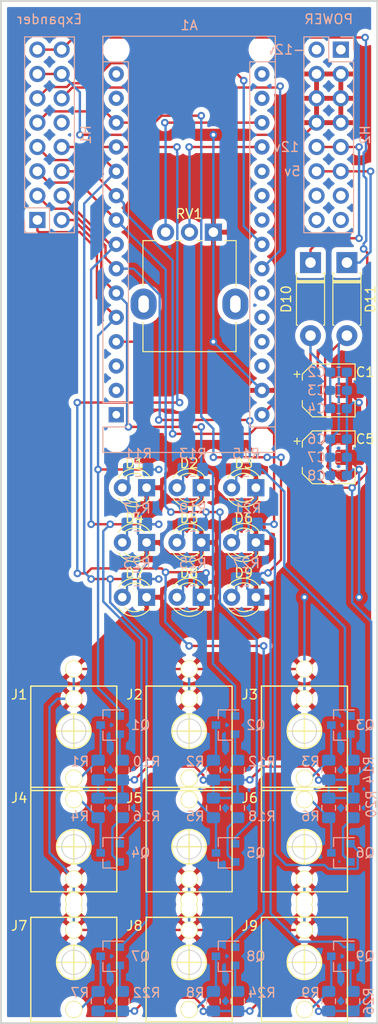
<source format=kicad_pcb>
(kicad_pcb (version 20171130) (host pcbnew "(5.1.2)-1")
  (layers (0 F.Cu signal hide) (31 B.Cu signal hide) (34 B.Paste user) (35 F.Paste user) (36 B.SilkS user) (37 F.SilkS user) (38 B.Mask user) (39 F.Mask user) (44 Edge.Cuts user))
  (net 0 "")
  (net 1 "Net-(A1-Pad16)")
  (net 2 "Net-(A1-Pad15)")
  (net 3 12V)
  (net 4 "Net-(A1-Pad14)")
  (net 5 GND)
  (net 6 Tr9)
  (net 7 "Net-(A1-Pad28)")
  (net 8 Tr8)
  (net 9 "Net-(A1-Pad27)")
  (net 10 Tr7)
  (net 11 "Net-(A1-Pad26)")
  (net 12 Tr6)
  (net 13 "Net-(A1-Pad25)")
  (net 14 Tr5)
  (net 15 SDC)
  (net 16 Tr4)
  (net 17 SDA)
  (net 18 Tr3)
  (net 19 "Net-(A1-Pad22)")
  (net 20 Tr2)
  (net 21 "Net-(A1-Pad21)")
  (net 22 Tr1)
  (net 23 "Net-(A1-Pad20)")
  (net 24 "Net-(A1-Pad19)")
  (net 25 "Net-(A1-Pad3)")
  (net 26 "Net-(A1-Pad18)")
  (net 27 "Net-(A1-Pad2)")
  (net 28 "Net-(A1-Pad17)")
  (net 29 "Net-(A1-Pad1)")
  (net 30 5V)
  (net 31 "Net-(D1-Pad2)")
  (net 32 "Net-(D2-Pad2)")
  (net 33 "Net-(D3-Pad2)")
  (net 34 "Net-(D4-Pad2)")
  (net 35 "Net-(D5-Pad2)")
  (net 36 "Net-(D6-Pad2)")
  (net 37 "Net-(D7-Pad2)")
  (net 38 "Net-(D8-Pad2)")
  (net 39 "Net-(D9-Pad2)")
  (net 40 "Net-(D10-Pad1)")
  (net 41 "Net-(D11-Pad1)")
  (net 42 "Net-(H1-Pad10)")
  (net 43 "Net-(H2-Pad16)")
  (net 44 "Net-(H2-Pad15)")
  (net 45 "Net-(H2-Pad14)")
  (net 46 "Net-(H2-Pad13)")
  (net 47 "Net-(H2-Pad2)")
  (net 48 "Net-(H2-Pad1)")
  (net 49 "Net-(J1-Pad3)")
  (net 50 "Net-(J2-Pad3)")
  (net 51 "Net-(J3-Pad3)")
  (net 52 "Net-(J4-Pad3)")
  (net 53 "Net-(J5-Pad3)")
  (net 54 "Net-(J6-Pad3)")
  (net 55 "Net-(J7-Pad3)")
  (net 56 "Net-(J8-Pad3)")
  (net 57 "Net-(J9-Pad3)")
  (net 58 "Net-(Q1-Pad2)")
  (net 59 "Net-(Q2-Pad2)")
  (net 60 "Net-(Q3-Pad2)")
  (net 61 "Net-(Q4-Pad2)")
  (net 62 "Net-(Q5-Pad2)")
  (net 63 "Net-(Q6-Pad2)")
  (net 64 "Net-(Q7-Pad2)")
  (net 65 "Net-(Q8-Pad2)")
  (net 66 "Net-(Q9-Pad2)")
  (module Potentiometer_THT:Potentiometer_Alpha_RD901F-40-00D_Single_Vertical (layer F.Cu) (at 90.805 74.93 270)
    (fp_text reference RV1 (at -1.905 2.54) (layer F.SilkS))
    (fp_text value R_POT_US)
    (pad "" thru_hole oval (at 7.5 -2.3) (size 2.72 3.24) (drill oval 1.1 1.8) (layers *.Cu *.Mask))
    (pad "" thru_hole oval (at 7.5 7.3) (size 2.72 3.24) (drill oval 1.1 1.8) (layers *.Cu *.Mask))
    (pad 3 thru_hole circle (at 0 5) (size 1.8 1.8) (drill 1) (layers *.Cu *.Mask) (net 26 "Net-(A1-Pad18)"))
    (pad 2 thru_hole circle (at 0 2.5) (size 1.8 1.8) (drill 1) (layers *.Cu *.Mask) (net 24 "Net-(A1-Pad19)"))
    (pad 1 thru_hole rect (at 0 0) (size 1.8 1.8) (drill 1) (layers *.Cu *.Mask) (net 5 GND))
  )
  (module Resistor_SMD:R_0805_2012Metric_Pad1.15x1.40mm_HandSolder (layer B.Cu) (at 94.225 111.125 180)
    (fp_text reference R27 (at 0 1.65) (layer B.SilkS) (effects (justify mirror)))
    (fp_text value 200)
    (pad 2 smd roundrect (at 1.025 0 180) (size 1.15 1.4) (layers B.Cu B.Paste B.Mask) (roundrect_rratio 0.217391) (net 39 "Net-(D9-Pad2)"))
    (pad 1 smd roundrect (at -1.025 0 180) (size 1.15 1.4) (layers B.Cu B.Paste B.Mask) (roundrect_rratio 0.217391) (net 6 Tr9))
  )
  (module Resistor_SMD:R_0805_2012Metric_Pad1.15x1.40mm_HandSolder (layer B.Cu) (at 105.41 155.185 90)
    (fp_text reference R26 (at 0 1.65 90) (layer B.SilkS) (effects (justify mirror)))
    (fp_text value 2.2k)
    (pad 2 smd roundrect (at 1.025 0 90) (size 1.15 1.4) (layers B.Cu B.Paste B.Mask) (roundrect_rratio 0.217391) (net 66 "Net-(Q9-Pad2)"))
    (pad 1 smd roundrect (at -1.025 0 90) (size 1.15 1.4) (layers B.Cu B.Paste B.Mask) (roundrect_rratio 0.217391) (net 30 5V))
  )
  (module Resistor_SMD:R_0805_2012Metric_Pad1.15x1.40mm_HandSolder (layer B.Cu) (at 88.655 111.125 180)
    (fp_text reference R25 (at 0 1.65) (layer B.SilkS) (effects (justify mirror)))
    (fp_text value 200)
    (pad 2 smd roundrect (at 1.025 0 180) (size 1.15 1.4) (layers B.Cu B.Paste B.Mask) (roundrect_rratio 0.217391) (net 38 "Net-(D8-Pad2)"))
    (pad 1 smd roundrect (at -1.025 0 180) (size 1.15 1.4) (layers B.Cu B.Paste B.Mask) (roundrect_rratio 0.217391) (net 8 Tr8))
  )
  (module Resistor_SMD:R_0805_2012Metric_Pad1.15x1.40mm_HandSolder (layer B.Cu) (at 93.345 155.185 90)
    (fp_text reference R24 (at 0.88 2.54 180) (layer B.SilkS) (effects (justify mirror)))
    (fp_text value 2.2k)
    (pad 2 smd roundrect (at 1.025 0 90) (size 1.15 1.4) (layers B.Cu B.Paste B.Mask) (roundrect_rratio 0.217391) (net 65 "Net-(Q8-Pad2)"))
    (pad 1 smd roundrect (at -1.025 0 90) (size 1.15 1.4) (layers B.Cu B.Paste B.Mask) (roundrect_rratio 0.217391) (net 30 5V))
  )
  (module Resistor_SMD:R_0805_2012Metric_Pad1.15x1.40mm_HandSolder (layer B.Cu) (at 82.795 111.125 180)
    (fp_text reference R23 (at 0 1.65) (layer B.SilkS) (effects (justify mirror)))
    (fp_text value 200)
    (pad 2 smd roundrect (at 1.025 0 180) (size 1.15 1.4) (layers B.Cu B.Paste B.Mask) (roundrect_rratio 0.217391) (net 37 "Net-(D7-Pad2)"))
    (pad 1 smd roundrect (at -1.025 0 180) (size 1.15 1.4) (layers B.Cu B.Paste B.Mask) (roundrect_rratio 0.217391) (net 10 Tr7))
  )
  (module Resistor_SMD:R_0805_2012Metric_Pad1.15x1.40mm_HandSolder (layer B.Cu) (at 81.28 155.185 90)
    (fp_text reference R22 (at 0.88 2.54 180) (layer B.SilkS) (effects (justify mirror)))
    (fp_text value 2.2k)
    (pad 2 smd roundrect (at 1.025 0 90) (size 1.15 1.4) (layers B.Cu B.Paste B.Mask) (roundrect_rratio 0.217391) (net 64 "Net-(Q7-Pad2)"))
    (pad 1 smd roundrect (at -1.025 0 90) (size 1.15 1.4) (layers B.Cu B.Paste B.Mask) (roundrect_rratio 0.217391) (net 30 5V))
  )
  (module Resistor_SMD:R_0805_2012Metric_Pad1.15x1.40mm_HandSolder (layer B.Cu) (at 94.37 105.41 180)
    (fp_text reference R21 (at 0 1.65) (layer B.SilkS) (effects (justify mirror)))
    (fp_text value 200)
    (pad 2 smd roundrect (at 1.025 0 180) (size 1.15 1.4) (layers B.Cu B.Paste B.Mask) (roundrect_rratio 0.217391) (net 36 "Net-(D6-Pad2)"))
    (pad 1 smd roundrect (at -1.025 0 180) (size 1.15 1.4) (layers B.Cu B.Paste B.Mask) (roundrect_rratio 0.217391) (net 12 Tr6))
  )
  (module Resistor_SMD:R_0805_2012Metric_Pad1.15x1.40mm_HandSolder (layer B.Cu) (at 105.41 135.01 270)
    (fp_text reference R20 (at -0.39 -1.905 90) (layer B.SilkS) (effects (justify mirror)))
    (fp_text value 2.2k)
    (pad 2 smd roundrect (at 1.025 0 270) (size 1.15 1.4) (layers B.Cu B.Paste B.Mask) (roundrect_rratio 0.217391) (net 63 "Net-(Q6-Pad2)"))
    (pad 1 smd roundrect (at -1.025 0 270) (size 1.15 1.4) (layers B.Cu B.Paste B.Mask) (roundrect_rratio 0.217391) (net 30 5V))
  )
  (module Resistor_SMD:R_0805_2012Metric_Pad1.15x1.40mm_HandSolder (layer B.Cu) (at 88.655 105.41 180)
    (fp_text reference R19 (at 0 1.65) (layer B.SilkS) (effects (justify mirror)))
    (fp_text value 200)
    (pad 2 smd roundrect (at 1.025 0 180) (size 1.15 1.4) (layers B.Cu B.Paste B.Mask) (roundrect_rratio 0.217391) (net 35 "Net-(D5-Pad2)"))
    (pad 1 smd roundrect (at -1.025 0 180) (size 1.15 1.4) (layers B.Cu B.Paste B.Mask) (roundrect_rratio 0.217391) (net 14 Tr5))
  )
  (module Resistor_SMD:R_0805_2012Metric_Pad1.15x1.40mm_HandSolder (layer B.Cu) (at 93.345 135.01 270)
    (fp_text reference R18 (at 0.88 -2.54 180) (layer B.SilkS) (effects (justify mirror)))
    (fp_text value 2.2k)
    (pad 2 smd roundrect (at 1.025 0 270) (size 1.15 1.4) (layers B.Cu B.Paste B.Mask) (roundrect_rratio 0.217391) (net 62 "Net-(Q5-Pad2)"))
    (pad 1 smd roundrect (at -1.025 0 270) (size 1.15 1.4) (layers B.Cu B.Paste B.Mask) (roundrect_rratio 0.217391) (net 30 5V))
  )
  (module Resistor_SMD:R_0805_2012Metric_Pad1.15x1.40mm_HandSolder (layer B.Cu) (at 82.795 105.41 180)
    (fp_text reference R17 (at 0 1.65) (layer B.SilkS) (effects (justify mirror)))
    (fp_text value 200)
    (pad 2 smd roundrect (at 1.025 0 180) (size 1.15 1.4) (layers B.Cu B.Paste B.Mask) (roundrect_rratio 0.217391) (net 34 "Net-(D4-Pad2)"))
    (pad 1 smd roundrect (at -1.025 0 180) (size 1.15 1.4) (layers B.Cu B.Paste B.Mask) (roundrect_rratio 0.217391) (net 16 Tr4))
  )
  (module Resistor_SMD:R_0805_2012Metric_Pad1.15x1.40mm_HandSolder (layer B.Cu) (at 81.28 135.01 270)
    (fp_text reference R16 (at 0.88 -2.54 180) (layer B.SilkS) (effects (justify mirror)))
    (fp_text value 2.2k)
    (pad 2 smd roundrect (at 1.025 0 270) (size 1.15 1.4) (layers B.Cu B.Paste B.Mask) (roundrect_rratio 0.217391) (net 61 "Net-(Q4-Pad2)"))
    (pad 1 smd roundrect (at -1.025 0 270) (size 1.15 1.4) (layers B.Cu B.Paste B.Mask) (roundrect_rratio 0.217391) (net 30 5V))
  )
  (module Resistor_SMD:R_0805_2012Metric_Pad1.15x1.40mm_HandSolder (layer B.Cu) (at 94.225 99.695 180)
    (fp_text reference R15 (at 0 1.65) (layer B.SilkS) (effects (justify mirror)))
    (fp_text value 200)
    (pad 2 smd roundrect (at 1.025 0 180) (size 1.15 1.4) (layers B.Cu B.Paste B.Mask) (roundrect_rratio 0.217391) (net 33 "Net-(D3-Pad2)"))
    (pad 1 smd roundrect (at -1.025 0 180) (size 1.15 1.4) (layers B.Cu B.Paste B.Mask) (roundrect_rratio 0.217391) (net 18 Tr3))
  )
  (module Resistor_SMD:R_0805_2012Metric_Pad1.15x1.40mm_HandSolder (layer B.Cu) (at 105.41 131.055 90)
    (fp_text reference R14 (at 0 1.65 270) (layer B.SilkS) (effects (justify mirror)))
    (fp_text value 2.2k)
    (pad 2 smd roundrect (at 1.025 0 90) (size 1.15 1.4) (layers B.Cu B.Paste B.Mask) (roundrect_rratio 0.217391) (net 60 "Net-(Q3-Pad2)"))
    (pad 1 smd roundrect (at -1.025 0 90) (size 1.15 1.4) (layers B.Cu B.Paste B.Mask) (roundrect_rratio 0.217391) (net 30 5V))
  )
  (module Resistor_SMD:R_0805_2012Metric_Pad1.15x1.40mm_HandSolder (layer B.Cu) (at 88.655 99.695 180)
    (fp_text reference R13 (at 0 1.65) (layer B.SilkS) (effects (justify mirror)))
    (fp_text value 200)
    (pad 2 smd roundrect (at 1.025 0 180) (size 1.15 1.4) (layers B.Cu B.Paste B.Mask) (roundrect_rratio 0.217391) (net 32 "Net-(D2-Pad2)"))
    (pad 1 smd roundrect (at -1.025 0 180) (size 1.15 1.4) (layers B.Cu B.Paste B.Mask) (roundrect_rratio 0.217391) (net 20 Tr2))
  )
  (module Resistor_SMD:R_0805_2012Metric_Pad1.15x1.40mm_HandSolder (layer B.Cu) (at 93.345 131.055 90)
    (fp_text reference R12 (at 0.88 2.54 180) (layer B.SilkS) (effects (justify mirror)))
    (fp_text value 2.2k)
    (pad 2 smd roundrect (at 1.025 0 90) (size 1.15 1.4) (layers B.Cu B.Paste B.Mask) (roundrect_rratio 0.217391) (net 59 "Net-(Q2-Pad2)"))
    (pad 1 smd roundrect (at -1.025 0 90) (size 1.15 1.4) (layers B.Cu B.Paste B.Mask) (roundrect_rratio 0.217391) (net 30 5V))
  )
  (module Resistor_SMD:R_0805_2012Metric_Pad1.15x1.40mm_HandSolder (layer B.Cu) (at 82.94 99.695 180)
    (fp_text reference R11 (at 0 1.65) (layer B.SilkS) (effects (justify mirror)))
    (fp_text value 200)
    (pad 2 smd roundrect (at 1.025 0 180) (size 1.15 1.4) (layers B.Cu B.Paste B.Mask) (roundrect_rratio 0.217391) (net 31 "Net-(D1-Pad2)"))
    (pad 1 smd roundrect (at -1.025 0 180) (size 1.15 1.4) (layers B.Cu B.Paste B.Mask) (roundrect_rratio 0.217391) (net 22 Tr1))
  )
  (module Resistor_SMD:R_0805_2012Metric_Pad1.15x1.40mm_HandSolder (layer B.Cu) (at 81.28 131.055 90)
    (fp_text reference R10 (at 0.88 2.54 180) (layer B.SilkS) (effects (justify mirror)))
    (fp_text value 2.2k)
    (pad 2 smd roundrect (at 1.025 0 90) (size 1.15 1.4) (layers B.Cu B.Paste B.Mask) (roundrect_rratio 0.217391) (net 58 "Net-(Q1-Pad2)"))
    (pad 1 smd roundrect (at -1.025 0 90) (size 1.15 1.4) (layers B.Cu B.Paste B.Mask) (roundrect_rratio 0.217391) (net 30 5V))
  )
  (module Resistor_SMD:R_0805_2012Metric_Pad1.15x1.40mm_HandSolder (layer B.Cu) (at 102.87 155.185 90)
    (fp_text reference R9 (at 0.88 -1.905 180) (layer B.SilkS) (effects (justify mirror)))
    (fp_text value 6.8k)
    (pad 2 smd roundrect (at 1.025 0 90) (size 1.15 1.4) (layers B.Cu B.Paste B.Mask) (roundrect_rratio 0.217391) (net 57 "Net-(J9-Pad3)"))
    (pad 1 smd roundrect (at -1.025 0 90) (size 1.15 1.4) (layers B.Cu B.Paste B.Mask) (roundrect_rratio 0.217391) (net 30 5V))
  )
  (module Resistor_SMD:R_0805_2012Metric_Pad1.15x1.40mm_HandSolder (layer B.Cu) (at 90.805 155.185 90)
    (fp_text reference R8 (at 0.88 -1.905 180) (layer B.SilkS) (effects (justify mirror)))
    (fp_text value 6.8k)
    (pad 2 smd roundrect (at 1.025 0 90) (size 1.15 1.4) (layers B.Cu B.Paste B.Mask) (roundrect_rratio 0.217391) (net 56 "Net-(J8-Pad3)"))
    (pad 1 smd roundrect (at -1.025 0 90) (size 1.15 1.4) (layers B.Cu B.Paste B.Mask) (roundrect_rratio 0.217391) (net 30 5V))
  )
  (module Resistor_SMD:R_0805_2012Metric_Pad1.15x1.40mm_HandSolder (layer B.Cu) (at 78.74 155.185 90)
    (fp_text reference R7 (at 0.88 -1.905 180) (layer B.SilkS) (effects (justify mirror)))
    (fp_text value 6.8k)
    (pad 2 smd roundrect (at 1.025 0 90) (size 1.15 1.4) (layers B.Cu B.Paste B.Mask) (roundrect_rratio 0.217391) (net 55 "Net-(J7-Pad3)"))
    (pad 1 smd roundrect (at -1.025 0 90) (size 1.15 1.4) (layers B.Cu B.Paste B.Mask) (roundrect_rratio 0.217391) (net 30 5V))
  )
  (module Resistor_SMD:R_0805_2012Metric_Pad1.15x1.40mm_HandSolder (layer B.Cu) (at 102.87 135.01 270)
    (fp_text reference R6 (at 0.88 1.905 180) (layer B.SilkS) (effects (justify mirror)))
    (fp_text value 6.8k)
    (pad 2 smd roundrect (at 1.025 0 270) (size 1.15 1.4) (layers B.Cu B.Paste B.Mask) (roundrect_rratio 0.217391) (net 54 "Net-(J6-Pad3)"))
    (pad 1 smd roundrect (at -1.025 0 270) (size 1.15 1.4) (layers B.Cu B.Paste B.Mask) (roundrect_rratio 0.217391) (net 30 5V))
  )
  (module Resistor_SMD:R_0805_2012Metric_Pad1.15x1.40mm_HandSolder (layer B.Cu) (at 90.805 135.01 270)
    (fp_text reference R5 (at 0.88 1.905 180) (layer B.SilkS) (effects (justify mirror)))
    (fp_text value 6.8k)
    (pad 2 smd roundrect (at 1.025 0 270) (size 1.15 1.4) (layers B.Cu B.Paste B.Mask) (roundrect_rratio 0.217391) (net 53 "Net-(J5-Pad3)"))
    (pad 1 smd roundrect (at -1.025 0 270) (size 1.15 1.4) (layers B.Cu B.Paste B.Mask) (roundrect_rratio 0.217391) (net 30 5V))
  )
  (module Resistor_SMD:R_0805_2012Metric_Pad1.15x1.40mm_HandSolder (layer B.Cu) (at 78.74 135.01 270)
    (fp_text reference R4 (at 0.88 1.905 180) (layer B.SilkS) (effects (justify mirror)))
    (fp_text value 6.8k)
    (pad 2 smd roundrect (at 1.025 0 270) (size 1.15 1.4) (layers B.Cu B.Paste B.Mask) (roundrect_rratio 0.217391) (net 52 "Net-(J4-Pad3)"))
    (pad 1 smd roundrect (at -1.025 0 270) (size 1.15 1.4) (layers B.Cu B.Paste B.Mask) (roundrect_rratio 0.217391) (net 30 5V))
  )
  (module Resistor_SMD:R_0805_2012Metric_Pad1.15x1.40mm_HandSolder (layer B.Cu) (at 102.87 131.055 90)
    (fp_text reference R3 (at 0.88 -1.905 180) (layer B.SilkS) (effects (justify mirror)))
    (fp_text value 6.8k)
    (pad 2 smd roundrect (at 1.025 0 90) (size 1.15 1.4) (layers B.Cu B.Paste B.Mask) (roundrect_rratio 0.217391) (net 51 "Net-(J3-Pad3)"))
    (pad 1 smd roundrect (at -1.025 0 90) (size 1.15 1.4) (layers B.Cu B.Paste B.Mask) (roundrect_rratio 0.217391) (net 30 5V))
  )
  (module Resistor_SMD:R_0805_2012Metric_Pad1.15x1.40mm_HandSolder (layer B.Cu) (at 90.805 131.055 90)
    (fp_text reference R2 (at 0.88 -1.905 180) (layer B.SilkS) (effects (justify mirror)))
    (fp_text value 6.8k)
    (pad 2 smd roundrect (at 1.025 0 90) (size 1.15 1.4) (layers B.Cu B.Paste B.Mask) (roundrect_rratio 0.217391) (net 50 "Net-(J2-Pad3)"))
    (pad 1 smd roundrect (at -1.025 0 90) (size 1.15 1.4) (layers B.Cu B.Paste B.Mask) (roundrect_rratio 0.217391) (net 30 5V))
  )
  (module Resistor_SMD:R_0805_2012Metric_Pad1.15x1.40mm_HandSolder (layer B.Cu) (at 78.74 131.055 90)
    (fp_text reference R1 (at 0.88 -1.905 180) (layer B.SilkS) (effects (justify mirror)))
    (fp_text value 6.8k)
    (pad 2 smd roundrect (at 1.025 0 90) (size 1.15 1.4) (layers B.Cu B.Paste B.Mask) (roundrect_rratio 0.217391) (net 49 "Net-(J1-Pad3)"))
    (pad 1 smd roundrect (at -1.025 0 90) (size 1.15 1.4) (layers B.Cu B.Paste B.Mask) (roundrect_rratio 0.217391) (net 30 5V))
  )
  (module Package_TO_SOT_SMD:SOT-23 (layer B.Cu) (at 104.14 150.495 180)
    (fp_text reference Q9 (at -2.54 0) (layer B.SilkS) (effects (justify mirror)))
    (fp_text value 2N3904)
    (pad 3 smd rect (at 1 0 180) (size 0.9 0.8) (layers B.Cu B.Paste B.Mask) (net 57 "Net-(J9-Pad3)"))
    (pad 2 smd rect (at -1 -0.95 180) (size 0.9 0.8) (layers B.Cu B.Paste B.Mask) (net 66 "Net-(Q9-Pad2)"))
    (pad 1 smd rect (at -1 0.95 180) (size 0.9 0.8) (layers B.Cu B.Paste B.Mask) (net 6 Tr9))
  )
  (module Package_TO_SOT_SMD:SOT-23 (layer B.Cu) (at 92.075 150.495 180)
    (fp_text reference Q8 (at -3.175 0) (layer B.SilkS) (effects (justify mirror)))
    (fp_text value 2N3904)
    (pad 3 smd rect (at 1 0 180) (size 0.9 0.8) (layers B.Cu B.Paste B.Mask) (net 56 "Net-(J8-Pad3)"))
    (pad 2 smd rect (at -1 -0.95 180) (size 0.9 0.8) (layers B.Cu B.Paste B.Mask) (net 65 "Net-(Q8-Pad2)"))
    (pad 1 smd rect (at -1 0.95 180) (size 0.9 0.8) (layers B.Cu B.Paste B.Mask) (net 8 Tr8))
  )
  (module Package_TO_SOT_SMD:SOT-23 (layer B.Cu) (at 80.01 150.495 180)
    (fp_text reference Q7 (at -3.175 0) (layer B.SilkS) (effects (justify mirror)))
    (fp_text value 2N3904)
    (pad 3 smd rect (at 1 0 180) (size 0.9 0.8) (layers B.Cu B.Paste B.Mask) (net 55 "Net-(J7-Pad3)"))
    (pad 2 smd rect (at -1 -0.95 180) (size 0.9 0.8) (layers B.Cu B.Paste B.Mask) (net 64 "Net-(Q7-Pad2)"))
    (pad 1 smd rect (at -1 0.95 180) (size 0.9 0.8) (layers B.Cu B.Paste B.Mask) (net 10 Tr7))
  )
  (module Package_TO_SOT_SMD:SOT-23 (layer B.Cu) (at 104.14 139.7 180)
    (fp_text reference Q6 (at -2.54 0) (layer B.SilkS) (effects (justify mirror)))
    (fp_text value 2N3904)
    (pad 3 smd rect (at 1 0 180) (size 0.9 0.8) (layers B.Cu B.Paste B.Mask) (net 54 "Net-(J6-Pad3)"))
    (pad 2 smd rect (at -1 -0.95 180) (size 0.9 0.8) (layers B.Cu B.Paste B.Mask) (net 63 "Net-(Q6-Pad2)"))
    (pad 1 smd rect (at -1 0.95 180) (size 0.9 0.8) (layers B.Cu B.Paste B.Mask) (net 12 Tr6))
  )
  (module Package_TO_SOT_SMD:SOT-23 (layer B.Cu) (at 92.075 139.7 180)
    (fp_text reference Q5 (at -3.175 0) (layer B.SilkS) (effects (justify mirror)))
    (fp_text value 2N3904)
    (pad 3 smd rect (at 1 0 180) (size 0.9 0.8) (layers B.Cu B.Paste B.Mask) (net 53 "Net-(J5-Pad3)"))
    (pad 2 smd rect (at -1 -0.95 180) (size 0.9 0.8) (layers B.Cu B.Paste B.Mask) (net 62 "Net-(Q5-Pad2)"))
    (pad 1 smd rect (at -1 0.95 180) (size 0.9 0.8) (layers B.Cu B.Paste B.Mask) (net 14 Tr5))
  )
  (module Package_TO_SOT_SMD:SOT-23 (layer B.Cu) (at 80.01 139.7 180)
    (fp_text reference Q4 (at -3.175 0) (layer B.SilkS) (effects (justify mirror)))
    (fp_text value 2N3904)
    (pad 3 smd rect (at 1 0 180) (size 0.9 0.8) (layers B.Cu B.Paste B.Mask) (net 52 "Net-(J4-Pad3)"))
    (pad 2 smd rect (at -1 -0.95 180) (size 0.9 0.8) (layers B.Cu B.Paste B.Mask) (net 61 "Net-(Q4-Pad2)"))
    (pad 1 smd rect (at -1 0.95 180) (size 0.9 0.8) (layers B.Cu B.Paste B.Mask) (net 16 Tr4))
  )
  (module Package_TO_SOT_SMD:SOT-23 (layer B.Cu) (at 104.14 126.365 180)
    (fp_text reference Q3 (at -2.54 0) (layer B.SilkS) (effects (justify mirror)))
    (fp_text value 2N3904)
    (pad 3 smd rect (at 1 0 180) (size 0.9 0.8) (layers B.Cu B.Paste B.Mask) (net 51 "Net-(J3-Pad3)"))
    (pad 2 smd rect (at -1 -0.95 180) (size 0.9 0.8) (layers B.Cu B.Paste B.Mask) (net 60 "Net-(Q3-Pad2)"))
    (pad 1 smd rect (at -1 0.95 180) (size 0.9 0.8) (layers B.Cu B.Paste B.Mask) (net 18 Tr3))
  )
  (module Package_TO_SOT_SMD:SOT-23 (layer B.Cu) (at 92.075 126.365 180)
    (fp_text reference Q2 (at -3.175 0) (layer B.SilkS) (effects (justify mirror)))
    (fp_text value 2N3904)
    (pad 3 smd rect (at 1 0 180) (size 0.9 0.8) (layers B.Cu B.Paste B.Mask) (net 50 "Net-(J2-Pad3)"))
    (pad 2 smd rect (at -1 -0.95 180) (size 0.9 0.8) (layers B.Cu B.Paste B.Mask) (net 59 "Net-(Q2-Pad2)"))
    (pad 1 smd rect (at -1 0.95 180) (size 0.9 0.8) (layers B.Cu B.Paste B.Mask) (net 20 Tr2))
  )
  (module Package_TO_SOT_SMD:SOT-23 (layer B.Cu) (at 80.01 126.365 180)
    (fp_text reference Q1 (at -3.175 0) (layer B.SilkS) (effects (justify mirror)))
    (fp_text value 2N3904)
    (pad 3 smd rect (at 1 0 180) (size 0.9 0.8) (layers B.Cu B.Paste B.Mask) (net 49 "Net-(J1-Pad3)"))
    (pad 2 smd rect (at -1 -0.95 180) (size 0.9 0.8) (layers B.Cu B.Paste B.Mask) (net 58 "Net-(Q1-Pad2)"))
    (pad 1 smd rect (at -1 0.95 180) (size 0.9 0.8) (layers B.Cu B.Paste B.Mask) (net 22 Tr1))
  )
  (module eurorack:PJ301M-12 (layer F.Cu) (at 100.33 151.13 180)
    (fp_text reference J9 (at 5.715 3.81) (layer F.SilkS))
    (fp_text value PJ301M-12)
    (pad 3 thru_hole circle (at 0 -4.92 180) (size 1.8 1.8) (drill 1.6) (layers *.Cu *.Mask F.SilkS) (net 57 "Net-(J9-Pad3)"))
    (pad 1 thru_hole circle (at 0 6.48 180) (size 1.8 1.8) (drill 1.6) (layers *.Cu *.Mask F.SilkS) (net 5 GND))
    (pad 2 thru_hole circle (at 0 3.38 180) (size 1.8 1.8) (drill 1.6) (layers *.Cu *.Mask F.SilkS) (net 5 GND))
  )
  (module eurorack:PJ301M-12 (layer F.Cu) (at 88.265 151.13 180)
    (fp_text reference J8 (at 5.715 3.81) (layer F.SilkS))
    (fp_text value PJ301M-12)
    (pad 3 thru_hole circle (at 0 -4.92 180) (size 1.8 1.8) (drill 1.6) (layers *.Cu *.Mask F.SilkS) (net 56 "Net-(J8-Pad3)"))
    (pad 1 thru_hole circle (at 0 6.48 180) (size 1.8 1.8) (drill 1.6) (layers *.Cu *.Mask F.SilkS) (net 5 GND))
    (pad 2 thru_hole circle (at 0 3.38 180) (size 1.8 1.8) (drill 1.6) (layers *.Cu *.Mask F.SilkS) (net 5 GND))
  )
  (module eurorack:PJ301M-12 (layer F.Cu) (at 76.2 151.13 180)
    (fp_text reference J7 (at 5.715 3.81) (layer F.SilkS))
    (fp_text value PJ301M-12)
    (pad 3 thru_hole circle (at 0 -4.92 180) (size 1.8 1.8) (drill 1.6) (layers *.Cu *.Mask F.SilkS) (net 55 "Net-(J7-Pad3)"))
    (pad 1 thru_hole circle (at 0 6.48 180) (size 1.8 1.8) (drill 1.6) (layers *.Cu *.Mask F.SilkS) (net 5 GND))
    (pad 2 thru_hole circle (at 0 3.38 180) (size 1.8 1.8) (drill 1.6) (layers *.Cu *.Mask F.SilkS) (net 5 GND))
  )
  (module eurorack:PJ301M-12 (layer F.Cu) (at 100.33 139.065)
    (fp_text reference J6 (at -5.715 -5.08) (layer F.SilkS))
    (fp_text value PJ301M-12)
    (pad 3 thru_hole circle (at 0 -4.92) (size 1.8 1.8) (drill 1.6) (layers *.Cu *.Mask F.SilkS) (net 54 "Net-(J6-Pad3)"))
    (pad 1 thru_hole circle (at 0 6.48) (size 1.8 1.8) (drill 1.6) (layers *.Cu *.Mask F.SilkS) (net 5 GND))
    (pad 2 thru_hole circle (at 0 3.38) (size 1.8 1.8) (drill 1.6) (layers *.Cu *.Mask F.SilkS) (net 5 GND))
  )
  (module eurorack:PJ301M-12 (layer F.Cu) (at 88.265 139.065)
    (fp_text reference J5 (at -5.715 -5.08) (layer F.SilkS))
    (fp_text value PJ301M-12)
    (pad 3 thru_hole circle (at 0 -4.92) (size 1.8 1.8) (drill 1.6) (layers *.Cu *.Mask F.SilkS) (net 53 "Net-(J5-Pad3)"))
    (pad 1 thru_hole circle (at 0 6.48) (size 1.8 1.8) (drill 1.6) (layers *.Cu *.Mask F.SilkS) (net 5 GND))
    (pad 2 thru_hole circle (at 0 3.38) (size 1.8 1.8) (drill 1.6) (layers *.Cu *.Mask F.SilkS) (net 5 GND))
  )
  (module eurorack:PJ301M-12 (layer F.Cu) (at 76.2 139.065)
    (fp_text reference J4 (at -5.715 -5.08) (layer F.SilkS))
    (fp_text value PJ301M-12)
    (pad 3 thru_hole circle (at 0 -4.92) (size 1.8 1.8) (drill 1.6) (layers *.Cu *.Mask F.SilkS) (net 52 "Net-(J4-Pad3)"))
    (pad 1 thru_hole circle (at 0 6.48) (size 1.8 1.8) (drill 1.6) (layers *.Cu *.Mask F.SilkS) (net 5 GND))
    (pad 2 thru_hole circle (at 0 3.38) (size 1.8 1.8) (drill 1.6) (layers *.Cu *.Mask F.SilkS) (net 5 GND))
  )
  (module eurorack:PJ301M-12 (layer F.Cu) (at 100.33 127 180)
    (fp_text reference J3 (at 5.715 3.81) (layer F.SilkS))
    (fp_text value PJ301M-12)
    (pad 3 thru_hole circle (at 0 -4.92 180) (size 1.8 1.8) (drill 1.6) (layers *.Cu *.Mask F.SilkS) (net 51 "Net-(J3-Pad3)"))
    (pad 1 thru_hole circle (at 0 6.48 180) (size 1.8 1.8) (drill 1.6) (layers *.Cu *.Mask F.SilkS) (net 5 GND))
    (pad 2 thru_hole circle (at 0 3.38 180) (size 1.8 1.8) (drill 1.6) (layers *.Cu *.Mask F.SilkS) (net 5 GND))
  )
  (module eurorack:PJ301M-12 (layer F.Cu) (at 88.265 127 180)
    (fp_text reference J2 (at 5.715 3.81) (layer F.SilkS))
    (fp_text value PJ301M-12)
    (pad 3 thru_hole circle (at 0 -4.92 180) (size 1.8 1.8) (drill 1.6) (layers *.Cu *.Mask F.SilkS) (net 50 "Net-(J2-Pad3)"))
    (pad 1 thru_hole circle (at 0 6.48 180) (size 1.8 1.8) (drill 1.6) (layers *.Cu *.Mask F.SilkS) (net 5 GND))
    (pad 2 thru_hole circle (at 0 3.38 180) (size 1.8 1.8) (drill 1.6) (layers *.Cu *.Mask F.SilkS) (net 5 GND))
  )
  (module eurorack:PJ301M-12 (layer F.Cu) (at 76.2 127 180)
    (fp_text reference J1 (at 5.715 3.81) (layer F.SilkS))
    (fp_text value PJ301M-12)
    (pad 3 thru_hole circle (at 0 -4.92 180) (size 1.8 1.8) (drill 1.6) (layers *.Cu *.Mask F.SilkS) (net 49 "Net-(J1-Pad3)"))
    (pad 1 thru_hole circle (at 0 6.48 180) (size 1.8 1.8) (drill 1.6) (layers *.Cu *.Mask F.SilkS) (net 5 GND))
    (pad 2 thru_hole circle (at 0 3.38 180) (size 1.8 1.8) (drill 1.6) (layers *.Cu *.Mask F.SilkS) (net 5 GND))
  )
  (module Connector_PinHeader_2.54mm:PinHeader_2x08_P2.54mm_Vertical (layer B.Cu) (at 104.14 55.88 180)
    (fp_text reference H2 (at -2.54 -8.89 90) (layer B.SilkS) (effects (justify mirror)))
    (fp_text value PIN_HEADER_2x8)
    (fp_text user POWER (at 1.27 3.175 180) (layer B.SilkS) (effects (justify mirror)))
    (fp_text user -12v (at 5.715 0 180) (layer B.SilkS) (effects (justify mirror)))
    (fp_text user 12v (at 5.715 -10.16 180) (layer B.SilkS) (effects (justify mirror)))
    (fp_text user 5v (at 5.08 -12.7 180) (layer B.SilkS) (effects (justify mirror)))
    (pad 16 thru_hole oval (at 2.54 -17.78 180) (size 1.7 1.7) (drill 1) (layers *.Cu *.Mask) (net 43 "Net-(H2-Pad16)"))
    (pad 15 thru_hole oval (at 0 -17.78 180) (size 1.7 1.7) (drill 1) (layers *.Cu *.Mask) (net 44 "Net-(H2-Pad15)"))
    (pad 14 thru_hole oval (at 2.54 -15.24 180) (size 1.7 1.7) (drill 1) (layers *.Cu *.Mask) (net 45 "Net-(H2-Pad14)"))
    (pad 13 thru_hole oval (at 0 -15.24 180) (size 1.7 1.7) (drill 1) (layers *.Cu *.Mask) (net 46 "Net-(H2-Pad13)"))
    (pad 12 thru_hole oval (at 2.54 -12.7 180) (size 1.7 1.7) (drill 1) (layers *.Cu *.Mask) (net 41 "Net-(D11-Pad1)"))
    (pad 11 thru_hole oval (at 0 -12.7 180) (size 1.7 1.7) (drill 1) (layers *.Cu *.Mask) (net 41 "Net-(D11-Pad1)"))
    (pad 10 thru_hole oval (at 2.54 -10.16 180) (size 1.7 1.7) (drill 1) (layers *.Cu *.Mask) (net 40 "Net-(D10-Pad1)"))
    (pad 9 thru_hole oval (at 0 -10.16 180) (size 1.7 1.7) (drill 1) (layers *.Cu *.Mask) (net 40 "Net-(D10-Pad1)"))
    (pad 8 thru_hole oval (at 2.54 -7.62 180) (size 1.7 1.7) (drill 1) (layers *.Cu *.Mask) (net 5 GND))
    (pad 7 thru_hole oval (at 0 -7.62 180) (size 1.7 1.7) (drill 1) (layers *.Cu *.Mask) (net 5 GND))
    (pad 6 thru_hole oval (at 2.54 -5.08 180) (size 1.7 1.7) (drill 1) (layers *.Cu *.Mask) (net 5 GND))
    (pad 5 thru_hole oval (at 0 -5.08 180) (size 1.7 1.7) (drill 1) (layers *.Cu *.Mask) (net 5 GND))
    (pad 4 thru_hole oval (at 2.54 -2.54 180) (size 1.7 1.7) (drill 1) (layers *.Cu *.Mask) (net 5 GND))
    (pad 3 thru_hole oval (at 0 -2.54 180) (size 1.7 1.7) (drill 1) (layers *.Cu *.Mask) (net 5 GND))
    (pad 2 thru_hole oval (at 2.54 0 180) (size 1.7 1.7) (drill 1) (layers *.Cu *.Mask) (net 47 "Net-(H2-Pad2)"))
    (pad 1 thru_hole rect (at 0 0 180) (size 1.7 1.7) (drill 1) (layers *.Cu *.Mask) (net 48 "Net-(H2-Pad1)"))
  )
  (module Connector_PinHeader_2.54mm:PinHeader_2x08_P2.54mm_Vertical (layer B.Cu) (at 72.39 73.66)
    (fp_text reference H1 (at 5.08 -8.89 90) (layer B.SilkS) (effects (justify mirror)))
    (fp_text value Expander)
    (fp_text user Expander (at 1.27 -20.955) (layer B.SilkS) (effects (justify mirror)))
    (pad 16 thru_hole oval (at 2.54 -17.78) (size 1.7 1.7) (drill 1) (layers *.Cu *.Mask) (net 30 5V))
    (pad 15 thru_hole oval (at 0 -17.78) (size 1.7 1.7) (drill 1) (layers *.Cu *.Mask) (net 30 5V))
    (pad 14 thru_hole oval (at 2.54 -15.24) (size 1.7 1.7) (drill 1) (layers *.Cu *.Mask) (net 5 GND))
    (pad 13 thru_hole oval (at 0 -15.24) (size 1.7 1.7) (drill 1) (layers *.Cu *.Mask) (net 5 GND))
    (pad 12 thru_hole oval (at 2.54 -12.7) (size 1.7 1.7) (drill 1) (layers *.Cu *.Mask) (net 15 SDC))
    (pad 11 thru_hole oval (at 0 -12.7) (size 1.7 1.7) (drill 1) (layers *.Cu *.Mask) (net 17 SDA))
    (pad 10 thru_hole oval (at 2.54 -10.16) (size 1.7 1.7) (drill 1) (layers *.Cu *.Mask) (net 42 "Net-(H1-Pad10)"))
    (pad 9 thru_hole oval (at 0 -10.16) (size 1.7 1.7) (drill 1) (layers *.Cu *.Mask) (net 6 Tr9))
    (pad 8 thru_hole oval (at 2.54 -7.62) (size 1.7 1.7) (drill 1) (layers *.Cu *.Mask) (net 8 Tr8))
    (pad 7 thru_hole oval (at 0 -7.62) (size 1.7 1.7) (drill 1) (layers *.Cu *.Mask) (net 10 Tr7))
    (pad 6 thru_hole oval (at 2.54 -5.08) (size 1.7 1.7) (drill 1) (layers *.Cu *.Mask) (net 12 Tr6))
    (pad 5 thru_hole oval (at 0 -5.08) (size 1.7 1.7) (drill 1) (layers *.Cu *.Mask) (net 14 Tr5))
    (pad 4 thru_hole oval (at 2.54 -2.54) (size 1.7 1.7) (drill 1) (layers *.Cu *.Mask) (net 16 Tr4))
    (pad 3 thru_hole oval (at 0 -2.54) (size 1.7 1.7) (drill 1) (layers *.Cu *.Mask) (net 18 Tr3))
    (pad 2 thru_hole oval (at 2.54 0) (size 1.7 1.7) (drill 1) (layers *.Cu *.Mask) (net 20 Tr2))
    (pad 1 thru_hole rect (at 0 0) (size 1.7 1.7) (drill 1) (layers *.Cu *.Mask) (net 22 Tr1))
  )
  (module Diode_THT:D_DO-41_SOD81_P7.62mm_Horizontal (layer F.Cu) (at 104.775 78.105 270)
    (fp_text reference D11 (at 3.81 -2.47 90) (layer F.SilkS))
    (fp_text value 1N4006)
    (pad 2 thru_hole oval (at 7.62 0 270) (size 2.2 2.2) (drill 1.1) (layers *.Cu *.Mask) (net 30 5V))
    (pad 1 thru_hole rect (at 0 0 270) (size 2.2 2.2) (drill 1.1) (layers *.Cu *.Mask) (net 41 "Net-(D11-Pad1)"))
  )
  (module Diode_THT:D_DO-41_SOD81_P7.62mm_Horizontal (layer F.Cu) (at 100.965 78.105 270)
    (fp_text reference D10 (at 3.81 2.54 90) (layer F.SilkS))
    (fp_text value 1N4006)
    (pad 2 thru_hole oval (at 7.62 0 270) (size 2.2 2.2) (drill 1.1) (layers *.Cu *.Mask) (net 3 12V))
    (pad 1 thru_hole rect (at 0 0 270) (size 2.2 2.2) (drill 1.1) (layers *.Cu *.Mask) (net 40 "Net-(D10-Pad1)"))
  )
  (module LED_THT:LED_D3.0mm_FlatTop (layer F.Cu) (at 95.25 113.03 180)
    (fp_text reference D9 (at 1.27 2.54) (layer F.SilkS))
    (fp_text value LED)
    (pad 2 thru_hole circle (at 2.54 0 180) (size 1.8 1.8) (drill 0.9) (layers *.Cu *.Mask) (net 39 "Net-(D9-Pad2)"))
    (pad 1 thru_hole rect (at 0 0 180) (size 1.8 1.8) (drill 0.9) (layers *.Cu *.Mask) (net 5 GND))
  )
  (module LED_THT:LED_D3.0mm_FlatTop (layer F.Cu) (at 89.535 113.03 180)
    (fp_text reference D8 (at 1.27 2.54) (layer F.SilkS))
    (fp_text value LED)
    (pad 2 thru_hole circle (at 2.54 0 180) (size 1.8 1.8) (drill 0.9) (layers *.Cu *.Mask) (net 38 "Net-(D8-Pad2)"))
    (pad 1 thru_hole rect (at 0 0 180) (size 1.8 1.8) (drill 0.9) (layers *.Cu *.Mask) (net 5 GND))
  )
  (module LED_THT:LED_D3.0mm_FlatTop (layer F.Cu) (at 83.82 113.03 180)
    (fp_text reference D7 (at 1.27 2.54) (layer F.SilkS))
    (fp_text value LED)
    (pad 2 thru_hole circle (at 2.54 0 180) (size 1.8 1.8) (drill 0.9) (layers *.Cu *.Mask) (net 37 "Net-(D7-Pad2)"))
    (pad 1 thru_hole rect (at 0 0 180) (size 1.8 1.8) (drill 0.9) (layers *.Cu *.Mask) (net 5 GND))
  )
  (module LED_THT:LED_D3.0mm_FlatTop (layer F.Cu) (at 95.25 107.315 180)
    (fp_text reference D6 (at 1.27 2.54) (layer F.SilkS))
    (fp_text value LED)
    (pad 2 thru_hole circle (at 2.54 0 180) (size 1.8 1.8) (drill 0.9) (layers *.Cu *.Mask) (net 36 "Net-(D6-Pad2)"))
    (pad 1 thru_hole rect (at 0 0 180) (size 1.8 1.8) (drill 0.9) (layers *.Cu *.Mask) (net 5 GND))
  )
  (module LED_THT:LED_D3.0mm_FlatTop (layer F.Cu) (at 89.535 107.315 180)
    (fp_text reference D5 (at 1.27 2.54) (layer F.SilkS))
    (fp_text value LED)
    (pad 2 thru_hole circle (at 2.54 0 180) (size 1.8 1.8) (drill 0.9) (layers *.Cu *.Mask) (net 35 "Net-(D5-Pad2)"))
    (pad 1 thru_hole rect (at 0 0 180) (size 1.8 1.8) (drill 0.9) (layers *.Cu *.Mask) (net 5 GND))
  )
  (module LED_THT:LED_D3.0mm_FlatTop (layer F.Cu) (at 83.82 107.315 180)
    (fp_text reference D4 (at 1.27 2.54) (layer F.SilkS))
    (fp_text value LED)
    (pad 2 thru_hole circle (at 2.54 0 180) (size 1.8 1.8) (drill 0.9) (layers *.Cu *.Mask) (net 34 "Net-(D4-Pad2)"))
    (pad 1 thru_hole rect (at 0 0 180) (size 1.8 1.8) (drill 0.9) (layers *.Cu *.Mask) (net 5 GND))
  )
  (module LED_THT:LED_D3.0mm_FlatTop (layer F.Cu) (at 95.25 101.6 180)
    (fp_text reference D3 (at 1.27 2.54) (layer F.SilkS))
    (fp_text value LED)
    (pad 2 thru_hole circle (at 2.54 0 180) (size 1.8 1.8) (drill 0.9) (layers *.Cu *.Mask) (net 33 "Net-(D3-Pad2)"))
    (pad 1 thru_hole rect (at 0 0 180) (size 1.8 1.8) (drill 0.9) (layers *.Cu *.Mask) (net 5 GND))
  )
  (module LED_THT:LED_D3.0mm_FlatTop (layer F.Cu) (at 89.535 101.6 180)
    (fp_text reference D2 (at 1.27 2.54) (layer F.SilkS))
    (fp_text value LED)
    (pad 2 thru_hole circle (at 2.54 0 180) (size 1.8 1.8) (drill 0.9) (layers *.Cu *.Mask) (net 32 "Net-(D2-Pad2)"))
    (pad 1 thru_hole rect (at 0 0 180) (size 1.8 1.8) (drill 0.9) (layers *.Cu *.Mask) (net 5 GND))
  )
  (module LED_THT:LED_D3.0mm_FlatTop (layer F.Cu) (at 83.82 101.6 180)
    (fp_text reference D1 (at 1.27 2.54) (layer F.SilkS))
    (fp_text value LED)
    (pad 2 thru_hole circle (at 2.54 0 180) (size 1.8 1.8) (drill 0.9) (layers *.Cu *.Mask) (net 31 "Net-(D1-Pad2)"))
    (pad 1 thru_hole rect (at 0 0 180) (size 1.8 1.8) (drill 0.9) (layers *.Cu *.Mask) (net 5 GND))
  )
  (module Capacitor_SMD:C_0603_1608Metric_Pad1.05x0.95mm_HandSolder (layer B.Cu) (at 103.9 100.33)
    (fp_text reference C8 (at -2.3 0) (layer B.SilkS) (effects (justify mirror)))
    (fp_text value 22n)
    (pad 2 smd roundrect (at 0.875 0) (size 1.05 0.95) (layers B.Cu B.Paste B.Mask) (net 5 GND))
    (pad 1 smd roundrect (at -0.875 0) (size 1.05 0.95) (layers B.Cu B.Paste B.Mask) (net 30 5V))
  )
  (module Capacitor_SMD:C_0603_1608Metric_Pad1.05x0.95mm_HandSolder (layer B.Cu) (at 103.9 98.425)
    (fp_text reference C7 (at -2.3 0) (layer B.SilkS) (effects (justify mirror)))
    (fp_text value 22n)
    (pad 2 smd roundrect (at 0.875 0) (size 1.05 0.95) (layers B.Cu B.Paste B.Mask) (net 5 GND))
    (pad 1 smd roundrect (at -0.875 0) (size 1.05 0.95) (layers B.Cu B.Paste B.Mask) (net 30 5V))
  )
  (module Capacitor_SMD:C_0603_1608Metric_Pad1.05x0.95mm_HandSolder (layer B.Cu) (at 103.9 96.52)
    (fp_text reference C6 (at -2.3 0) (layer B.SilkS) (effects (justify mirror)))
    (fp_text value 22n)
    (pad 2 smd roundrect (at 0.875 0) (size 1.05 0.95) (layers B.Cu B.Paste B.Mask) (net 5 GND))
    (pad 1 smd roundrect (at -0.875 0) (size 1.05 0.95) (layers B.Cu B.Paste B.Mask) (net 30 5V))
  )
  (module Capacitor_SMD:CP_Elec_5x5.3 (layer F.Cu) (at 102.87 98.425)
    (fp_text reference C5 (at 3.81 -1.905) (layer F.SilkS))
    (fp_text value 470n)
    (pad 2 smd roundrect (at 2.2 0) (size 3 1.6) (layers F.Cu F.Paste F.Mask) (roundrect_rratio 0.15625) (net 5 GND))
    (pad 1 smd roundrect (at -2.2 0) (size 3 1.6) (layers F.Cu F.Paste F.Mask) (roundrect_rratio 0.15625) (net 30 5V))
  )
  (module Capacitor_SMD:C_0603_1608Metric_Pad1.05x0.95mm_HandSolder (layer B.Cu) (at 103.9 93.345)
    (fp_text reference C4 (at -2.3 0) (layer B.SilkS) (effects (justify mirror)))
    (fp_text value 22n)
    (pad 2 smd roundrect (at 0.875 0) (size 1.05 0.95) (layers B.Cu B.Paste B.Mask) (net 5 GND))
    (pad 1 smd roundrect (at -0.875 0) (size 1.05 0.95) (layers B.Cu B.Paste B.Mask) (net 3 12V))
  )
  (module Capacitor_SMD:C_0603_1608Metric_Pad1.05x0.95mm_HandSolder (layer B.Cu) (at 103.9 91.44)
    (fp_text reference C3 (at -2.3 0) (layer B.SilkS) (effects (justify mirror)))
    (fp_text value 22n)
    (pad 2 smd roundrect (at 0.875 0) (size 1.05 0.95) (layers B.Cu B.Paste B.Mask) (net 5 GND))
    (pad 1 smd roundrect (at -0.875 0) (size 1.05 0.95) (layers B.Cu B.Paste B.Mask) (net 3 12V))
  )
  (module Capacitor_SMD:C_0603_1608Metric_Pad1.05x0.95mm_HandSolder (layer B.Cu) (at 103.9 89.535)
    (fp_text reference C2 (at -2.3 0) (layer B.SilkS) (effects (justify mirror)))
    (fp_text value 22n)
    (pad 2 smd roundrect (at 0.875 0) (size 1.05 0.95) (layers B.Cu B.Paste B.Mask) (net 5 GND))
    (pad 1 smd roundrect (at -0.875 0) (size 1.05 0.95) (layers B.Cu B.Paste B.Mask) (net 3 12V))
  )
  (module Capacitor_SMD:CP_Elec_5x5.3 (layer F.Cu) (at 102.87 91.44)
    (fp_text reference C1 (at 3.81 -1.905) (layer F.SilkS))
    (fp_text value 470n)
    (pad 2 smd roundrect (at 2.2 0) (size 3 1.6) (layers F.Cu F.Paste F.Mask) (roundrect_rratio 0.15625) (net 5 GND))
    (pad 1 smd roundrect (at -2.2 0) (size 3 1.6) (layers F.Cu F.Paste F.Mask) (roundrect_rratio 0.15625) (net 3 12V))
  )
  (module Module:Arduino_Nano_WithMountingHoles (layer B.Cu) (at 80.645 93.98)
    (fp_text reference A1 (at 7.62 -40.64) (layer B.SilkS) (effects (justify mirror)))
    (fp_text value Arduino_Nano_v3.x)
    (pad "" np_thru_hole circle (at 0 -38.1) (size 1.78 1.78) (drill 1.78) (layers *.Cu *.Mask))
    (pad "" np_thru_hole circle (at 15.24 -38.1) (size 1.78 1.78) (drill 1.78) (layers *.Cu *.Mask))
    (pad "" np_thru_hole circle (at 15.24 2.54) (size 1.78 1.78) (drill 1.78) (layers *.Cu *.Mask))
    (pad "" np_thru_hole circle (at 0 2.54) (size 1.78 1.78) (drill 1.78) (layers *.Cu *.Mask))
    (pad 16 thru_hole oval (at 15.24 -35.56) (size 1.6 1.6) (drill 0.8) (layers *.Cu *.Mask) (net 1 "Net-(A1-Pad16)"))
    (pad 15 thru_hole oval (at 0 -35.56) (size 1.6 1.6) (drill 0.8) (layers *.Cu *.Mask) (net 2 "Net-(A1-Pad15)"))
    (pad 30 thru_hole oval (at 15.24 0) (size 1.6 1.6) (drill 0.8) (layers *.Cu *.Mask) (net 3 12V))
    (pad 14 thru_hole oval (at 0 -33.02) (size 1.6 1.6) (drill 0.8) (layers *.Cu *.Mask) (net 4 "Net-(A1-Pad14)"))
    (pad 29 thru_hole oval (at 15.24 -2.54) (size 1.6 1.6) (drill 0.8) (layers *.Cu *.Mask) (net 5 GND))
    (pad 13 thru_hole oval (at 0 -30.48) (size 1.6 1.6) (drill 0.8) (layers *.Cu *.Mask) (net 6 Tr9))
    (pad 28 thru_hole oval (at 15.24 -5.08) (size 1.6 1.6) (drill 0.8) (layers *.Cu *.Mask) (net 7 "Net-(A1-Pad28)"))
    (pad 12 thru_hole oval (at 0 -27.94) (size 1.6 1.6) (drill 0.8) (layers *.Cu *.Mask) (net 8 Tr8))
    (pad 27 thru_hole oval (at 15.24 -7.62) (size 1.6 1.6) (drill 0.8) (layers *.Cu *.Mask) (net 9 "Net-(A1-Pad27)"))
    (pad 11 thru_hole oval (at 0 -25.4) (size 1.6 1.6) (drill 0.8) (layers *.Cu *.Mask) (net 10 Tr7))
    (pad 26 thru_hole oval (at 15.24 -10.16) (size 1.6 1.6) (drill 0.8) (layers *.Cu *.Mask) (net 11 "Net-(A1-Pad26)"))
    (pad 10 thru_hole oval (at 0 -22.86) (size 1.6 1.6) (drill 0.8) (layers *.Cu *.Mask) (net 12 Tr6))
    (pad 25 thru_hole oval (at 15.24 -12.7) (size 1.6 1.6) (drill 0.8) (layers *.Cu *.Mask) (net 13 "Net-(A1-Pad25)"))
    (pad 9 thru_hole oval (at 0 -20.32) (size 1.6 1.6) (drill 0.8) (layers *.Cu *.Mask) (net 14 Tr5))
    (pad 24 thru_hole oval (at 15.24 -15.24) (size 1.6 1.6) (drill 0.8) (layers *.Cu *.Mask) (net 15 SDC))
    (pad 8 thru_hole oval (at 0 -17.78) (size 1.6 1.6) (drill 0.8) (layers *.Cu *.Mask) (net 16 Tr4))
    (pad 23 thru_hole oval (at 15.24 -17.78) (size 1.6 1.6) (drill 0.8) (layers *.Cu *.Mask) (net 17 SDA))
    (pad 7 thru_hole oval (at 0 -15.24) (size 1.6 1.6) (drill 0.8) (layers *.Cu *.Mask) (net 18 Tr3))
    (pad 22 thru_hole oval (at 15.24 -20.32) (size 1.6 1.6) (drill 0.8) (layers *.Cu *.Mask) (net 19 "Net-(A1-Pad22)"))
    (pad 6 thru_hole oval (at 0 -12.7) (size 1.6 1.6) (drill 0.8) (layers *.Cu *.Mask) (net 20 Tr2))
    (pad 21 thru_hole oval (at 15.24 -22.86) (size 1.6 1.6) (drill 0.8) (layers *.Cu *.Mask) (net 21 "Net-(A1-Pad21)"))
    (pad 5 thru_hole oval (at 0 -10.16) (size 1.6 1.6) (drill 0.8) (layers *.Cu *.Mask) (net 22 Tr1))
    (pad 20 thru_hole oval (at 15.24 -25.4) (size 1.6 1.6) (drill 0.8) (layers *.Cu *.Mask) (net 23 "Net-(A1-Pad20)"))
    (pad 4 thru_hole oval (at 0 -7.62) (size 1.6 1.6) (drill 0.8) (layers *.Cu *.Mask) (net 5 GND))
    (pad 19 thru_hole oval (at 15.24 -27.94) (size 1.6 1.6) (drill 0.8) (layers *.Cu *.Mask) (net 24 "Net-(A1-Pad19)"))
    (pad 3 thru_hole oval (at 0 -5.08) (size 1.6 1.6) (drill 0.8) (layers *.Cu *.Mask) (net 25 "Net-(A1-Pad3)"))
    (pad 18 thru_hole oval (at 15.24 -30.48) (size 1.6 1.6) (drill 0.8) (layers *.Cu *.Mask) (net 26 "Net-(A1-Pad18)"))
    (pad 2 thru_hole oval (at 0 -2.54) (size 1.6 1.6) (drill 0.8) (layers *.Cu *.Mask) (net 27 "Net-(A1-Pad2)"))
    (pad 17 thru_hole oval (at 15.24 -33.02) (size 1.6 1.6) (drill 0.8) (layers *.Cu *.Mask) (net 28 "Net-(A1-Pad17)"))
    (pad 1 thru_hole rect (at 0 0) (size 1.6 1.6) (drill 0.8) (layers *.Cu *.Mask) (net 29 "Net-(A1-Pad1)"))
  )
  (gr_text "rot - takt" (at 72.39 97.79 90) (layer F.Cu) (effects (font (size 3 3) (thickness 0.5))))
  (gr_circle (center 100.33 151.13) (end 101.6 151.13) (layer Edge.Cuts) (width 0.1))
  (gr_circle (center 88.265 151.13) (end 89.535 151.13) (layer Edge.Cuts) (width 0.1))
  (gr_circle (center 76.2 151.13) (end 77.47 151.13) (layer Edge.Cuts) (width 0.1))
  (gr_circle (center 100.33 139.065) (end 101.6 139.065) (layer Edge.Cuts) (width 0.1))
  (gr_circle (center 88.265 139.065) (end 89.535 139.065) (layer Edge.Cuts) (width 0.1))
  (gr_circle (center 76.2 139.065) (end 77.47 139.065) (layer Edge.Cuts) (width 0.1))
  (gr_circle (center 76.2 127) (end 77.47 127) (layer Edge.Cuts) (width 0.1))
  (gr_circle (center 88.265 127) (end 89.535 127) (layer Edge.Cuts) (width 0.1))
  (gr_circle (center 100.33 127) (end 101.6 127) (layer Edge.Cuts) (width 0.1))
  (gr_line (start 107.95 50.799999) (end 68.58 50.799999) (layer Edge.Cuts) (width 0.2))
  (gr_line (start 68.58 50.799999) (end 68.58 157.48) (layer Edge.Cuts) (width 0.2))
  (gr_line (start 68.58 157.48) (end 107.95 157.48) (layer Edge.Cuts) (width 0.2))
  (gr_line (start 107.95 157.48) (end 107.95 50.799999) (layer Edge.Cuts) (width 0.2))
  (segment (start 103.025 93.345) (end 103.025 89.535) (width 0.25) (layer B.Cu) (net 3))
  (segment (start 100.965 87.475) (end 103.025 89.535) (width 0.25) (layer B.Cu) (net 3))
  (segment (start 100.965 85.725) (end 100.965 87.475) (width 0.25) (layer B.Cu) (net 3))
  (segment (start 100.965 91.145) (end 100.67 91.44) (width 0.25) (layer F.Cu) (net 3))
  (segment (start 100.965 85.725) (end 100.965 91.145) (width 0.25) (layer F.Cu) (net 3))
  (segment (start 98.425 91.44) (end 95.885 93.98) (width 0.25) (layer F.Cu) (net 3))
  (segment (start 100.67 91.44) (end 98.425 91.44) (width 0.25) (layer F.Cu) (net 3))
  (segment (start 101.6 58.42) (end 101.6 63.5) (width 0.25) (layer F.Cu) (net 5))
  (segment (start 101.6 63.5) (end 104.14 63.5) (width 0.25) (layer F.Cu) (net 5))
  (segment (start 104.14 63.5) (end 104.14 58.42) (width 0.25) (layer F.Cu) (net 5))
  (segment (start 104.14 58.42) (end 101.6 58.42) (width 0.25) (layer F.Cu) (net 5))
  (segment (start 101.6 60.96) (end 104.14 60.96) (width 0.25) (layer F.Cu) (net 5))
  (via (at 90.805 64.77) (size 0.8) (drill 0.4) (layers F.Cu B.Cu) (net 5))
  (segment (start 90.805 74.93) (end 90.805 64.77) (width 0.25) (layer B.Cu) (net 5))
  (segment (start 100.33 64.77) (end 101.6 63.5) (width 0.25) (layer F.Cu) (net 5))
  (segment (start 90.805 64.77) (end 100.33 64.77) (width 0.25) (layer F.Cu) (net 5))
  (segment (start 104.775 89.535) (end 104.775 93.345) (width 0.25) (layer B.Cu) (net 5))
  (segment (start 104.775 100.33) (end 104.775 96.52) (width 0.25) (layer B.Cu) (net 5))
  (segment (start 104.775 96.52) (end 104.775 93.345) (width 0.25) (layer B.Cu) (net 5))
  (via (at 106.045 92.71) (size 0.8) (drill 0.4) (layers F.Cu B.Cu) (net 5))
  (segment (start 105.07 91.44) (end 105.07 91.735) (width 0.25) (layer F.Cu) (net 5))
  (segment (start 105.07 91.735) (end 106.045 92.71) (width 0.25) (layer F.Cu) (net 5))
  (segment (start 105.41 92.71) (end 104.775 93.345) (width 0.25) (layer B.Cu) (net 5))
  (segment (start 106.045 92.71) (end 105.41 92.71) (width 0.25) (layer B.Cu) (net 5))
  (via (at 106.045 99.695) (size 0.8) (drill 0.4) (layers F.Cu B.Cu) (net 5))
  (segment (start 105.07 98.425) (end 105.07 98.72) (width 0.25) (layer F.Cu) (net 5))
  (segment (start 105.07 98.72) (end 106.045 99.695) (width 0.25) (layer F.Cu) (net 5))
  (segment (start 105.41 99.695) (end 104.775 100.33) (width 0.25) (layer B.Cu) (net 5))
  (segment (start 106.045 99.695) (end 105.41 99.695) (width 0.25) (layer B.Cu) (net 5))
  (segment (start 72.39 58.42) (end 74.93 58.42) (width 0.25) (layer F.Cu) (net 5))
  (via (at 76.835 64.77) (size 0.8) (drill 0.4) (layers F.Cu B.Cu) (net 5))
  (segment (start 90.805 64.77) (end 76.835 64.77) (width 0.25) (layer F.Cu) (net 5))
  (segment (start 76.835 60.325) (end 74.93 58.42) (width 0.25) (layer B.Cu) (net 5))
  (segment (start 76.835 64.77) (end 76.835 60.325) (width 0.25) (layer B.Cu) (net 5))
  (segment (start 76.2 147.75) (end 76.2 142.445) (width 0.25) (layer B.Cu) (net 5))
  (segment (start 88.265 147.75) (end 88.265 142.445) (width 0.25) (layer B.Cu) (net 5))
  (segment (start 100.33 147.75) (end 100.33 142.445) (width 0.25) (layer B.Cu) (net 5))
  (segment (start 76.2 122.347208) (end 76.2 120.52) (width 0.25) (layer B.Cu) (net 5))
  (segment (start 76.2 123.62) (end 76.2 122.347208) (width 0.25) (layer B.Cu) (net 5))
  (segment (start 88.265 123.62) (end 88.265 120.52) (width 0.25) (layer B.Cu) (net 5))
  (segment (start 100.33 122.347208) (end 100.33 120.52) (width 0.25) (layer B.Cu) (net 5))
  (segment (start 100.33 123.62) (end 100.33 122.347208) (width 0.25) (layer B.Cu) (net 5))
  (segment (start 82.91999 106.41499) (end 83.82 107.315) (width 0.25) (layer B.Cu) (net 5))
  (segment (start 82.91999 104.72182) (end 82.91999 106.41499) (width 0.25) (layer B.Cu) (net 5))
  (segment (start 83.82 103.82181) (end 82.91999 104.72182) (width 0.25) (layer B.Cu) (net 5))
  (segment (start 83.82 101.6) (end 83.82 103.82181) (width 0.25) (layer B.Cu) (net 5))
  (segment (start 82.91999 112.12999) (end 83.82 113.03) (width 0.25) (layer B.Cu) (net 5))
  (segment (start 82.91999 110.43682) (end 82.91999 112.12999) (width 0.25) (layer B.Cu) (net 5))
  (segment (start 83.82 109.53681) (end 82.91999 110.43682) (width 0.25) (layer B.Cu) (net 5))
  (segment (start 83.82 107.315) (end 83.82 109.53681) (width 0.25) (layer B.Cu) (net 5))
  (segment (start 88.77999 106.55999) (end 89.535 107.315) (width 0.25) (layer B.Cu) (net 5))
  (segment (start 88.77999 103.50501) (end 88.77999 106.55999) (width 0.25) (layer B.Cu) (net 5))
  (segment (start 89.535 102.75) (end 88.77999 103.50501) (width 0.25) (layer B.Cu) (net 5))
  (segment (start 89.535 101.6) (end 89.535 102.75) (width 0.25) (layer B.Cu) (net 5))
  (segment (start 88.77999 112.27499) (end 89.535 113.03) (width 0.25) (layer B.Cu) (net 5))
  (segment (start 88.77999 110.43682) (end 88.77999 112.27499) (width 0.25) (layer B.Cu) (net 5))
  (segment (start 89.535 109.68181) (end 88.77999 110.43682) (width 0.25) (layer B.Cu) (net 5))
  (segment (start 89.535 107.315) (end 89.535 109.68181) (width 0.25) (layer B.Cu) (net 5))
  (segment (start 94.49499 106.55999) (end 95.25 107.315) (width 0.25) (layer B.Cu) (net 5))
  (segment (start 94.49499 103.50501) (end 94.49499 106.55999) (width 0.25) (layer B.Cu) (net 5))
  (segment (start 95.25 102.75) (end 94.49499 103.50501) (width 0.25) (layer B.Cu) (net 5))
  (segment (start 95.25 101.6) (end 95.25 102.75) (width 0.25) (layer B.Cu) (net 5))
  (segment (start 94.34999 112.12999) (end 95.25 113.03) (width 0.25) (layer B.Cu) (net 5))
  (segment (start 94.34999 110.43682) (end 94.34999 112.12999) (width 0.25) (layer B.Cu) (net 5))
  (segment (start 95.25 109.53681) (end 94.34999 110.43682) (width 0.25) (layer B.Cu) (net 5))
  (segment (start 95.25 107.315) (end 95.25 109.53681) (width 0.25) (layer B.Cu) (net 5))
  (segment (start 89.535 102.75) (end 89.535 101.6) (width 0.25) (layer F.Cu) (net 5))
  (segment (start 89.459999 102.825001) (end 89.535 102.75) (width 0.25) (layer F.Cu) (net 5))
  (segment (start 86.406999 102.825001) (end 89.459999 102.825001) (width 0.25) (layer F.Cu) (net 5))
  (segment (start 85.181998 101.6) (end 86.406999 102.825001) (width 0.25) (layer F.Cu) (net 5))
  (segment (start 83.82 101.6) (end 85.181998 101.6) (width 0.25) (layer F.Cu) (net 5))
  (segment (start 95.25 102.75) (end 95.25 101.6) (width 0.25) (layer F.Cu) (net 5))
  (segment (start 95.174999 102.825001) (end 95.25 102.75) (width 0.25) (layer F.Cu) (net 5))
  (segment (start 92.121999 102.825001) (end 95.174999 102.825001) (width 0.25) (layer F.Cu) (net 5))
  (segment (start 90.896998 101.6) (end 92.121999 102.825001) (width 0.25) (layer F.Cu) (net 5))
  (segment (start 89.535 101.6) (end 90.896998 101.6) (width 0.25) (layer F.Cu) (net 5))
  (segment (start 89.535 108.465) (end 89.535 107.315) (width 0.25) (layer F.Cu) (net 5))
  (segment (start 89.459999 108.540001) (end 89.535 108.465) (width 0.25) (layer F.Cu) (net 5))
  (segment (start 86.195001 108.540001) (end 89.459999 108.540001) (width 0.25) (layer F.Cu) (net 5))
  (segment (start 84.97 107.315) (end 86.195001 108.540001) (width 0.25) (layer F.Cu) (net 5))
  (segment (start 83.82 107.315) (end 84.97 107.315) (width 0.25) (layer F.Cu) (net 5))
  (segment (start 95.25 108.465) (end 95.25 107.315) (width 0.25) (layer F.Cu) (net 5))
  (segment (start 95.174999 108.540001) (end 95.25 108.465) (width 0.25) (layer F.Cu) (net 5))
  (segment (start 91.910001 108.540001) (end 95.174999 108.540001) (width 0.25) (layer F.Cu) (net 5))
  (segment (start 90.685 107.315) (end 91.910001 108.540001) (width 0.25) (layer F.Cu) (net 5))
  (segment (start 89.535 107.315) (end 90.685 107.315) (width 0.25) (layer F.Cu) (net 5))
  (segment (start 89.535 114.18) (end 89.535 113.03) (width 0.25) (layer F.Cu) (net 5))
  (segment (start 89.459999 114.255001) (end 89.535 114.18) (width 0.25) (layer F.Cu) (net 5))
  (segment (start 86.406999 114.255001) (end 89.459999 114.255001) (width 0.25) (layer F.Cu) (net 5))
  (segment (start 85.181998 113.03) (end 86.406999 114.255001) (width 0.25) (layer F.Cu) (net 5))
  (segment (start 83.82 113.03) (end 85.181998 113.03) (width 0.25) (layer F.Cu) (net 5))
  (segment (start 95.25 114.18) (end 95.25 113.03) (width 0.25) (layer F.Cu) (net 5))
  (segment (start 95.174999 114.255001) (end 95.25 114.18) (width 0.25) (layer F.Cu) (net 5))
  (segment (start 92.121999 114.255001) (end 95.174999 114.255001) (width 0.25) (layer F.Cu) (net 5))
  (segment (start 90.896998 113.03) (end 92.121999 114.255001) (width 0.25) (layer F.Cu) (net 5))
  (segment (start 89.535 113.03) (end 90.896998 113.03) (width 0.25) (layer F.Cu) (net 5))
  (via (at 100.33 113.03) (size 0.8) (drill 0.4) (layers F.Cu B.Cu) (net 5))
  (segment (start 95.25 113.03) (end 100.33 113.03) (width 0.25) (layer F.Cu) (net 5))
  (segment (start 100.33 113.03) (end 100.33 120.52) (width 0.25) (layer B.Cu) (net 5))
  (segment (start 76.2 120.52) (end 100.33 120.52) (width 0.25) (layer F.Cu) (net 5))
  (via (at 106.045 113.03) (size 0.8) (drill 0.4) (layers F.Cu B.Cu) (net 5))
  (segment (start 100.33 113.03) (end 106.045 113.03) (width 0.25) (layer F.Cu) (net 5))
  (segment (start 106.045 113.03) (end 106.045 99.695) (width 0.25) (layer B.Cu) (net 5))
  (via (at 90.805 86.36) (size 0.8) (drill 0.4) (layers F.Cu B.Cu) (net 5))
  (segment (start 80.645 86.36) (end 90.805 86.36) (width 0.25) (layer F.Cu) (net 5))
  (segment (start 90.805 86.36) (end 90.805 74.93) (width 0.25) (layer B.Cu) (net 5))
  (segment (start 90.805 86.36) (end 95.885 91.44) (width 0.25) (layer B.Cu) (net 5))
  (segment (start 76.2 147.75) (end 100.33 147.75) (width 0.25) (layer F.Cu) (net 5))
  (segment (start 74.5 123.62) (end 76.2 123.62) (width 0.25) (layer B.Cu) (net 5))
  (segment (start 73.66 124.46) (end 74.5 123.62) (width 0.25) (layer B.Cu) (net 5))
  (segment (start 73.66 139.7) (end 73.66 124.46) (width 0.25) (layer B.Cu) (net 5))
  (segment (start 75.300001 141.340001) (end 73.66 139.7) (width 0.25) (layer B.Cu) (net 5))
  (segment (start 76.2 142.445) (end 75.300001 141.545001) (width 0.25) (layer B.Cu) (net 5))
  (segment (start 75.300001 141.545001) (end 75.300001 141.340001) (width 0.25) (layer B.Cu) (net 5))
  (segment (start 79.845001 62.700001) (end 80.645 63.5) (width 0.25) (layer F.Cu) (net 6))
  (segment (start 79.469999 62.324999) (end 79.845001 62.700001) (width 0.25) (layer F.Cu) (net 6))
  (segment (start 73.565001 62.324999) (end 79.469999 62.324999) (width 0.25) (layer F.Cu) (net 6))
  (segment (start 72.39 63.5) (end 73.565001 62.324999) (width 0.25) (layer F.Cu) (net 6))
  (segment (start 95.925 111.125) (end 95.25 111.125) (width 0.25) (layer B.Cu) (net 6))
  (segment (start 96.790002 111.990002) (end 95.925 111.125) (width 0.25) (layer B.Cu) (net 6))
  (segment (start 96.790002 146.023004) (end 96.790002 111.990002) (width 0.25) (layer B.Cu) (net 6))
  (segment (start 99.741999 148.975001) (end 96.790002 146.023004) (width 0.25) (layer B.Cu) (net 6))
  (segment (start 103.870001 148.975001) (end 99.741999 148.975001) (width 0.25) (layer B.Cu) (net 6))
  (segment (start 104.44 149.545) (end 103.870001 148.975001) (width 0.25) (layer B.Cu) (net 6))
  (segment (start 105.14 149.545) (end 104.44 149.545) (width 0.25) (layer B.Cu) (net 6))
  (via (at 89.535 62.775) (size 0.8) (drill 0.4) (layers F.Cu B.Cu) (net 6))
  (segment (start 85.376998 62.775) (end 89.535 62.775) (width 0.25) (layer F.Cu) (net 6))
  (segment (start 80.645 63.5) (end 84.651998 63.5) (width 0.25) (layer F.Cu) (net 6))
  (segment (start 84.651998 63.5) (end 85.376998 62.775) (width 0.25) (layer F.Cu) (net 6))
  (via (at 90.805 98.425) (size 0.8) (drill 0.4) (layers F.Cu B.Cu) (net 6))
  (segment (start 90.805 95.446998) (end 90.805 98.425) (width 0.25) (layer B.Cu) (net 6))
  (segment (start 89.535 62.775) (end 89.535 94.176998) (width 0.25) (layer B.Cu) (net 6))
  (segment (start 89.535 94.176998) (end 90.805 95.446998) (width 0.25) (layer B.Cu) (net 6))
  (via (at 96.43 98.425) (size 0.8) (drill 0.4) (layers F.Cu B.Cu) (net 6))
  (segment (start 90.805 98.425) (end 96.43 98.425) (width 0.25) (layer F.Cu) (net 6))
  (via (at 97.88 98.425) (size 0.8) (drill 0.4) (layers F.Cu B.Cu) (net 6))
  (segment (start 96.43 98.425) (end 97.88 98.425) (width 0.25) (layer B.Cu) (net 6))
  (via (at 96.515012 110.49) (size 0.8) (drill 0.4) (layers F.Cu B.Cu) (net 6))
  (segment (start 97.88 98.425) (end 97.88 109.125012) (width 0.25) (layer F.Cu) (net 6))
  (segment (start 97.88 109.125012) (end 96.515012 110.49) (width 0.25) (layer F.Cu) (net 6))
  (segment (start 95.885 110.49) (end 95.25 111.125) (width 0.25) (layer B.Cu) (net 6))
  (segment (start 96.515012 110.49) (end 95.885 110.49) (width 0.25) (layer B.Cu) (net 6))
  (segment (start 74.93 66.04) (end 80.645 66.04) (width 0.25) (layer F.Cu) (net 8))
  (via (at 96.065001 118.11) (size 0.8) (drill 0.4) (layers F.Cu B.Cu) (net 8))
  (segment (start 96.065001 145.904999) (end 96.065001 118.11) (width 0.25) (layer B.Cu) (net 8))
  (segment (start 93.075 149.545) (end 93.075 148.895) (width 0.25) (layer B.Cu) (net 8))
  (segment (start 93.075 148.895) (end 96.065001 145.904999) (width 0.25) (layer B.Cu) (net 8))
  (via (at 88.265 118.11) (size 0.8) (drill 0.4) (layers F.Cu B.Cu) (net 8))
  (segment (start 96.065001 118.11) (end 88.265 118.11) (width 0.25) (layer F.Cu) (net 8))
  (via (at 85.797108 110.417892) (size 0.8) (drill 0.4) (layers F.Cu B.Cu) (net 8))
  (segment (start 85.815001 110.435785) (end 85.797108 110.417892) (width 0.25) (layer B.Cu) (net 8))
  (segment (start 85.815001 112.265763) (end 85.815001 110.435785) (width 0.25) (layer B.Cu) (net 8))
  (segment (start 85.769999 112.310765) (end 85.815001 112.265763) (width 0.25) (layer B.Cu) (net 8))
  (segment (start 88.265 118.11) (end 85.769999 115.614999) (width 0.25) (layer B.Cu) (net 8))
  (segment (start 85.769999 115.614999) (end 85.769999 112.310765) (width 0.25) (layer B.Cu) (net 8))
  (via (at 90.035001 110.49) (size 0.8) (drill 0.4) (layers F.Cu B.Cu) (net 8))
  (segment (start 85.797108 110.417892) (end 89.962893 110.417892) (width 0.25) (layer F.Cu) (net 8))
  (segment (start 89.962893 110.417892) (end 90.035001 110.49) (width 0.25) (layer F.Cu) (net 8))
  (segment (start 90.035001 110.769999) (end 89.68 111.125) (width 0.25) (layer B.Cu) (net 8))
  (segment (start 90.035001 110.49) (end 90.035001 110.769999) (width 0.25) (layer B.Cu) (net 8))
  (via (at 86.995 66.04) (size 0.8) (drill 0.4) (layers F.Cu B.Cu) (net 8))
  (segment (start 80.645 66.04) (end 86.995 66.04) (width 0.25) (layer F.Cu) (net 8))
  (via (at 87.265001 92.71) (size 0.8) (drill 0.4) (layers F.Cu B.Cu) (net 8))
  (segment (start 87.030001 92.475) (end 87.265001 92.71) (width 0.25) (layer B.Cu) (net 8))
  (segment (start 87.030001 66.640686) (end 87.030001 92.475) (width 0.25) (layer B.Cu) (net 8))
  (segment (start 86.995 66.04) (end 86.995 66.605685) (width 0.25) (layer B.Cu) (net 8))
  (segment (start 86.995 66.605685) (end 87.030001 66.640686) (width 0.25) (layer B.Cu) (net 8))
  (via (at 76.564999 92.71) (size 0.8) (drill 0.4) (layers F.Cu B.Cu) (net 8))
  (segment (start 87.265001 92.71) (end 76.564999 92.71) (width 0.25) (layer F.Cu) (net 8))
  (via (at 76.578779 110.540681) (size 0.8) (drill 0.4) (layers F.Cu B.Cu) (net 8))
  (segment (start 76.564999 92.71) (end 76.564999 110.526901) (width 0.25) (layer B.Cu) (net 8))
  (segment (start 76.564999 110.526901) (end 76.578779 110.540681) (width 0.25) (layer B.Cu) (net 8))
  (segment (start 85.397109 110.017893) (end 85.797108 110.417892) (width 0.25) (layer F.Cu) (net 8))
  (segment (start 78.049105 110.017893) (end 85.397109 110.017893) (width 0.25) (layer F.Cu) (net 8))
  (segment (start 77.526317 110.540681) (end 78.049105 110.017893) (width 0.25) (layer F.Cu) (net 8))
  (segment (start 76.578779 110.540681) (end 77.526317 110.540681) (width 0.25) (layer F.Cu) (net 8))
  (segment (start 79.845001 67.780001) (end 80.645 68.58) (width 0.25) (layer F.Cu) (net 10))
  (segment (start 79.469999 67.404999) (end 79.845001 67.780001) (width 0.25) (layer F.Cu) (net 10))
  (segment (start 73.754999 67.404999) (end 79.469999 67.404999) (width 0.25) (layer F.Cu) (net 10))
  (segment (start 72.39 66.04) (end 73.754999 67.404999) (width 0.25) (layer F.Cu) (net 10))
  (segment (start 81.06 149.545) (end 83.82 146.785) (width 0.25) (layer B.Cu) (net 10))
  (segment (start 81.01 149.545) (end 81.06 149.545) (width 0.25) (layer B.Cu) (net 10))
  (segment (start 83.82 146.785) (end 83.82 129.54) (width 0.25) (layer B.Cu) (net 10))
  (via (at 80.01 111.125) (size 0.8) (drill 0.4) (layers F.Cu B.Cu) (net 10))
  (segment (start 80.01 113.573002) (end 80.01 111.125) (width 0.25) (layer B.Cu) (net 10))
  (segment (start 83.82 129.54) (end 83.82 117.383002) (width 0.25) (layer B.Cu) (net 10))
  (segment (start 83.82 117.383002) (end 80.01 113.573002) (width 0.25) (layer B.Cu) (net 10))
  (via (at 85.09 111.125) (size 0.8) (drill 0.4) (layers F.Cu B.Cu) (net 10))
  (segment (start 80.01 111.125) (end 85.09 111.125) (width 0.25) (layer F.Cu) (net 10))
  (segment (start 85.09 111.125) (end 83.82 111.125) (width 0.25) (layer B.Cu) (net 10))
  (via (at 78.015 111.125) (size 0.8) (drill 0.4) (layers F.Cu B.Cu) (net 10))
  (segment (start 77.289999 110.399999) (end 78.015 111.125) (width 0.25) (layer B.Cu) (net 10))
  (segment (start 80.645 68.58) (end 77.289999 71.935001) (width 0.25) (layer B.Cu) (net 10))
  (segment (start 77.289999 71.935001) (end 77.289999 110.399999) (width 0.25) (layer B.Cu) (net 10))
  (segment (start 78.015 111.125) (end 80.01 111.125) (width 0.25) (layer F.Cu) (net 10))
  (segment (start 78.105 68.58) (end 80.645 71.12) (width 0.25) (layer F.Cu) (net 12))
  (segment (start 74.93 68.58) (end 78.105 68.58) (width 0.25) (layer F.Cu) (net 12))
  (segment (start 102.844718 141.375001) (end 102.439717 140.97) (width 0.25) (layer B.Cu) (net 12))
  (segment (start 105.850001 141.375001) (end 102.844718 141.375001) (width 0.25) (layer B.Cu) (net 12))
  (segment (start 105.915001 141.310001) (end 105.850001 141.375001) (width 0.25) (layer B.Cu) (net 12))
  (segment (start 105.915001 139.475001) (end 105.915001 141.310001) (width 0.25) (layer B.Cu) (net 12))
  (segment (start 105.14 138.75) (end 105.19 138.75) (width 0.25) (layer B.Cu) (net 12))
  (segment (start 105.19 138.75) (end 105.915001 139.475001) (width 0.25) (layer B.Cu) (net 12))
  (segment (start 98.425 140.97) (end 97.240012 139.785012) (width 0.25) (layer B.Cu) (net 12))
  (segment (start 102.439717 140.97) (end 98.425 140.97) (width 0.25) (layer B.Cu) (net 12))
  (segment (start 96.018372 106.033372) (end 95.395 105.41) (width 0.25) (layer B.Cu) (net 12))
  (segment (start 96.353374 106.033372) (end 96.018372 106.033372) (width 0.25) (layer B.Cu) (net 12))
  (segment (start 97.240012 106.92001) (end 96.353374 106.033372) (width 0.25) (layer B.Cu) (net 12))
  (segment (start 97.240012 139.785012) (end 97.240012 106.92001) (width 0.25) (layer B.Cu) (net 12))
  (via (at 86.540001 95.975) (size 0.8) (drill 0.4) (layers F.Cu B.Cu) (net 12))
  (segment (start 86.540001 77.889999) (end 86.540001 95.975) (width 0.25) (layer B.Cu) (net 12))
  (segment (start 81.444999 72.794997) (end 86.540001 77.889999) (width 0.25) (layer B.Cu) (net 12))
  (segment (start 80.645 71.12) (end 81.444999 71.919999) (width 0.25) (layer B.Cu) (net 12))
  (segment (start 81.444999 71.919999) (end 81.444999 72.794997) (width 0.25) (layer B.Cu) (net 12))
  (via (at 97.155 105.41) (size 0.8) (drill 0.4) (layers F.Cu B.Cu) (net 12))
  (segment (start 97.155 95.991798) (end 97.155 105.41) (width 0.25) (layer F.Cu) (net 12))
  (segment (start 96.468201 95.304999) (end 97.155 95.991798) (width 0.25) (layer F.Cu) (net 12))
  (segment (start 95.301799 95.304999) (end 96.468201 95.304999) (width 0.25) (layer F.Cu) (net 12))
  (segment (start 86.540001 95.975) (end 94.631798 95.975) (width 0.25) (layer F.Cu) (net 12))
  (segment (start 94.631798 95.975) (end 95.301799 95.304999) (width 0.25) (layer F.Cu) (net 12))
  (segment (start 97.155 105.41) (end 95.395 105.41) (width 0.25) (layer B.Cu) (net 12))
  (segment (start 79.845001 72.860001) (end 80.645 73.66) (width 0.25) (layer F.Cu) (net 14))
  (segment (start 76.740001 69.755001) (end 79.845001 72.860001) (width 0.25) (layer F.Cu) (net 14))
  (segment (start 73.565001 69.755001) (end 76.740001 69.755001) (width 0.25) (layer F.Cu) (net 14))
  (segment (start 72.39 68.58) (end 73.565001 69.755001) (width 0.25) (layer F.Cu) (net 14))
  (via (at 91.485001 104.14) (size 0.8) (drill 0.4) (layers F.Cu B.Cu) (net 14))
  (segment (start 93.075 138.1) (end 95.340001 135.834999) (width 0.25) (layer B.Cu) (net 14))
  (segment (start 93.075 138.75) (end 93.075 138.1) (width 0.25) (layer B.Cu) (net 14))
  (segment (start 95.340001 135.834999) (end 95.340001 117.473003) (width 0.25) (layer B.Cu) (net 14))
  (segment (start 95.340001 117.473003) (end 91.484999 113.618001) (width 0.25) (layer B.Cu) (net 14))
  (segment (start 91.484999 113.618001) (end 91.484999 104.140002) (width 0.25) (layer B.Cu) (net 14))
  (segment (start 91.484999 104.140002) (end 91.485001 104.14) (width 0.25) (layer B.Cu) (net 14))
  (via (at 90.035001 104.14) (size 0.8) (drill 0.4) (layers F.Cu B.Cu) (net 14))
  (segment (start 91.485001 104.14) (end 90.035001 104.14) (width 0.25) (layer F.Cu) (net 14))
  (segment (start 90.035001 105.054999) (end 89.68 105.41) (width 0.25) (layer B.Cu) (net 14))
  (segment (start 90.035001 104.14) (end 90.035001 105.054999) (width 0.25) (layer B.Cu) (net 14))
  (via (at 86.36 104.14) (size 0.8) (drill 0.4) (layers F.Cu B.Cu) (net 14))
  (segment (start 85.769999 103.549999) (end 86.36 104.14) (width 0.25) (layer B.Cu) (net 14))
  (segment (start 85.769999 100.088003) (end 85.769999 103.549999) (width 0.25) (layer B.Cu) (net 14))
  (segment (start 85.815001 100.043001) (end 85.769999 100.088003) (width 0.25) (layer B.Cu) (net 14))
  (segment (start 80.645 73.66) (end 85.815001 78.830001) (width 0.25) (layer B.Cu) (net 14))
  (segment (start 85.815001 78.830001) (end 85.815001 100.043001) (width 0.25) (layer B.Cu) (net 14))
  (segment (start 86.36 104.14) (end 90.035001 104.14) (width 0.25) (layer F.Cu) (net 14))
  (via (at 97.79 59.69) (size 0.8) (drill 0.4) (layers F.Cu B.Cu) (net 15))
  (segment (start 97.645001 59.834999) (end 97.79 59.69) (width 0.25) (layer F.Cu) (net 15))
  (segment (start 74.93 60.96) (end 76.055001 59.834999) (width 0.25) (layer F.Cu) (net 15))
  (segment (start 76.055001 59.834999) (end 97.645001 59.834999) (width 0.25) (layer F.Cu) (net 15))
  (segment (start 97.79 76.835) (end 95.885 78.74) (width 0.25) (layer B.Cu) (net 15))
  (segment (start 97.79 59.69) (end 97.79 76.835) (width 0.25) (layer B.Cu) (net 15))
  (segment (start 80.01 76.2) (end 80.645 76.2) (width 0.25) (layer F.Cu) (net 16))
  (segment (start 74.93 71.12) (end 80.01 76.2) (width 0.25) (layer F.Cu) (net 16))
  (via (at 80.01 105.41) (size 0.8) (drill 0.4) (layers F.Cu B.Cu) (net 16))
  (segment (start 81.01 138.75) (end 81.01 138.1) (width 0.25) (layer B.Cu) (net 16))
  (segment (start 83.275001 135.834999) (end 83.275001 117.474413) (width 0.25) (layer B.Cu) (net 16))
  (segment (start 83.275001 117.474413) (end 79.284999 113.484411) (width 0.25) (layer B.Cu) (net 16))
  (segment (start 79.284999 113.484411) (end 79.284999 106.135001) (width 0.25) (layer B.Cu) (net 16))
  (segment (start 81.01 138.1) (end 83.275001 135.834999) (width 0.25) (layer B.Cu) (net 16))
  (segment (start 79.284999 106.135001) (end 80.01 105.41) (width 0.25) (layer B.Cu) (net 16))
  (via (at 85.09 105.41) (size 0.8) (drill 0.4) (layers F.Cu B.Cu) (net 16))
  (segment (start 80.01 105.41) (end 85.09 105.41) (width 0.25) (layer F.Cu) (net 16))
  (segment (start 85.09 105.41) (end 83.82 105.41) (width 0.25) (layer B.Cu) (net 16))
  (via (at 78.015 105.41) (size 0.8) (drill 0.4) (layers F.Cu B.Cu) (net 16))
  (segment (start 80.645 76.2) (end 78.015 78.83) (width 0.25) (layer B.Cu) (net 16))
  (segment (start 78.015 78.83) (end 78.015 105.41) (width 0.25) (layer B.Cu) (net 16))
  (segment (start 78.015 105.41) (end 80.01 105.41) (width 0.25) (layer F.Cu) (net 16))
  (segment (start 75.468591 59.784999) (end 75.868601 59.384989) (width 0.25) (layer F.Cu) (net 17))
  (segment (start 72.39 60.96) (end 73.565001 59.784999) (width 0.25) (layer F.Cu) (net 17))
  (segment (start 73.565001 59.784999) (end 75.468591 59.784999) (width 0.25) (layer F.Cu) (net 17))
  (segment (start 75.868601 59.384989) (end 77.47 59.384989) (width 0.25) (layer F.Cu) (net 17))
  (segment (start 78.015009 59.384989) (end 80.104999 57.294999) (width 0.25) (layer F.Cu) (net 17))
  (segment (start 77.47 59.384989) (end 78.015009 59.384989) (width 0.25) (layer F.Cu) (net 17))
  (via (at 93.98 59.109999) (size 0.8) (drill 0.4) (layers F.Cu B.Cu) (net 17))
  (segment (start 80.104999 57.294999) (end 92.165 57.294999) (width 0.25) (layer F.Cu) (net 17))
  (segment (start 92.165 57.294999) (end 93.98 59.109999) (width 0.25) (layer F.Cu) (net 17))
  (segment (start 93.98 74.295) (end 95.885 76.2) (width 0.25) (layer B.Cu) (net 17))
  (segment (start 93.98 59.109999) (end 93.98 74.295) (width 0.25) (layer B.Cu) (net 17))
  (segment (start 79.845001 77.940001) (end 80.645 78.74) (width 0.25) (layer F.Cu) (net 18))
  (segment (start 79.519999 77.614999) (end 79.845001 77.940001) (width 0.25) (layer F.Cu) (net 18))
  (segment (start 79.519999 76.346409) (end 79.519999 77.614999) (width 0.25) (layer F.Cu) (net 18))
  (segment (start 75.658589 72.484999) (end 79.519999 76.346409) (width 0.25) (layer F.Cu) (net 18))
  (segment (start 73.754999 72.484999) (end 75.658589 72.484999) (width 0.25) (layer F.Cu) (net 18))
  (segment (start 72.39 71.12) (end 73.754999 72.484999) (width 0.25) (layer F.Cu) (net 18))
  (segment (start 104.570001 116.196999) (end 98.228002 109.855) (width 0.25) (layer B.Cu) (net 18))
  (segment (start 105.14 125.415) (end 104.570001 124.845001) (width 0.25) (layer B.Cu) (net 18))
  (segment (start 104.570001 124.845001) (end 104.570001 116.196999) (width 0.25) (layer B.Cu) (net 18))
  (segment (start 95.925 99.695) (end 95.25 99.695) (width 0.25) (layer B.Cu) (net 18))
  (segment (start 98.228002 101.998002) (end 95.925 99.695) (width 0.25) (layer B.Cu) (net 18))
  (segment (start 98.228002 109.855) (end 98.228002 101.998002) (width 0.25) (layer B.Cu) (net 18))
  (via (at 85.09 94.525) (size 0.8) (drill 0.4) (layers F.Cu B.Cu) (net 18))
  (segment (start 85.19001 94.42499) (end 85.09 94.525) (width 0.25) (layer B.Cu) (net 18))
  (segment (start 85.19001 81.472047) (end 85.19001 94.42499) (width 0.25) (layer B.Cu) (net 18))
  (segment (start 80.645 78.74) (end 82.457963 78.74) (width 0.25) (layer B.Cu) (net 18))
  (segment (start 82.457963 78.74) (end 85.19001 81.472047) (width 0.25) (layer B.Cu) (net 18))
  (via (at 94.615 94.615) (size 0.8) (drill 0.4) (layers F.Cu B.Cu) (net 18))
  (segment (start 85.09 94.525) (end 94.525 94.525) (width 0.25) (layer F.Cu) (net 18))
  (segment (start 94.525 94.525) (end 94.615 94.615) (width 0.25) (layer F.Cu) (net 18))
  (segment (start 94.615 99.06) (end 95.25 99.695) (width 0.25) (layer B.Cu) (net 18))
  (segment (start 94.615 94.615) (end 94.615 99.06) (width 0.25) (layer B.Cu) (net 18))
  (segment (start 74.93 73.66) (end 76.19718 73.66) (width 0.25) (layer F.Cu) (net 20))
  (segment (start 76.19718 73.66) (end 79.069989 76.532809) (width 0.25) (layer F.Cu) (net 20))
  (segment (start 79.069989 79.704989) (end 80.645 81.28) (width 0.25) (layer F.Cu) (net 20))
  (segment (start 79.069989 76.532809) (end 79.069989 79.704989) (width 0.25) (layer F.Cu) (net 20))
  (segment (start 90.355 99.695) (end 89.68 99.695) (width 0.25) (layer B.Cu) (net 20))
  (segment (start 90.760001 100.100001) (end 90.355 99.695) (width 0.25) (layer B.Cu) (net 20))
  (segment (start 90.760001 119.970001) (end 90.760001 100.100001) (width 0.25) (layer B.Cu) (net 20))
  (segment (start 93.075 122.285) (end 90.760001 119.970001) (width 0.25) (layer B.Cu) (net 20))
  (segment (start 93.075 125.415) (end 93.075 122.285) (width 0.25) (layer B.Cu) (net 20))
  (via (at 81.915 95.25) (size 0.8) (drill 0.4) (layers F.Cu B.Cu) (net 20))
  (segment (start 81.770001 95.105001) (end 81.915 95.25) (width 0.25) (layer B.Cu) (net 20))
  (segment (start 80.645 81.28) (end 81.770001 82.405001) (width 0.25) (layer B.Cu) (net 20))
  (segment (start 81.770001 82.405001) (end 81.770001 95.105001) (width 0.25) (layer B.Cu) (net 20))
  (via (at 89.535 95.25) (size 0.8) (drill 0.4) (layers F.Cu B.Cu) (net 20))
  (segment (start 81.915 95.25) (end 89.535 95.25) (width 0.25) (layer F.Cu) (net 20))
  (segment (start 89.535 99.55) (end 89.68 99.695) (width 0.25) (layer B.Cu) (net 20))
  (segment (start 89.535 95.25) (end 89.535 99.55) (width 0.25) (layer B.Cu) (net 20))
  (segment (start 72.56 74.93) (end 76.83077 74.93) (width 0.25) (layer F.Cu) (net 22))
  (segment (start 72.39 73.66) (end 72.39 74.76) (width 0.25) (layer F.Cu) (net 22))
  (segment (start 72.39 74.76) (end 72.56 74.93) (width 0.25) (layer F.Cu) (net 22))
  (segment (start 76.83077 74.93) (end 78.619979 76.719209) (width 0.25) (layer F.Cu) (net 22))
  (segment (start 78.619979 81.794979) (end 80.645 83.82) (width 0.25) (layer F.Cu) (net 22))
  (segment (start 78.619979 76.719209) (end 78.619979 81.794979) (width 0.25) (layer F.Cu) (net 22))
  (via (at 78.74 99.695) (size 0.8) (drill 0.4) (layers F.Cu B.Cu) (net 22))
  (segment (start 78.74 122.495) (end 78.74 99.695) (width 0.25) (layer B.Cu) (net 22))
  (segment (start 81.01 125.415) (end 81.01 124.765) (width 0.25) (layer B.Cu) (net 22))
  (segment (start 81.01 124.765) (end 78.74 122.495) (width 0.25) (layer B.Cu) (net 22))
  (via (at 85.09 99.695) (size 0.8) (drill 0.4) (layers F.Cu B.Cu) (net 22))
  (segment (start 78.74 99.695) (end 85.09 99.695) (width 0.25) (layer F.Cu) (net 22))
  (segment (start 85.09 99.695) (end 83.965 99.695) (width 0.25) (layer B.Cu) (net 22))
  (segment (start 78.74 85.725) (end 78.74 99.695) (width 0.25) (layer B.Cu) (net 22))
  (segment (start 80.645 83.82) (end 78.74 85.725) (width 0.25) (layer B.Cu) (net 22))
  (via (at 88.265 66.04) (size 0.8) (drill 0.4) (layers F.Cu B.Cu) (net 24))
  (segment (start 88.305 74.93) (end 88.305 66.08) (width 0.25) (layer B.Cu) (net 24))
  (segment (start 88.305 66.08) (end 88.265 66.04) (width 0.25) (layer B.Cu) (net 24))
  (segment (start 88.265 66.04) (end 95.885 66.04) (width 0.25) (layer F.Cu) (net 24))
  (via (at 85.725 63.5) (size 0.8) (drill 0.4) (layers F.Cu B.Cu) (net 26))
  (segment (start 85.805 74.93) (end 85.805 63.58) (width 0.25) (layer B.Cu) (net 26))
  (segment (start 85.805 63.58) (end 85.725 63.5) (width 0.25) (layer B.Cu) (net 26))
  (segment (start 85.725 63.5) (end 95.885 63.5) (width 0.25) (layer F.Cu) (net 26))
  (segment (start 103.025 100.33) (end 103.025 96.52) (width 0.25) (layer B.Cu) (net 30))
  (segment (start 103.524072 96.020928) (end 103.025 96.52) (width 0.25) (layer B.Cu) (net 30))
  (segment (start 103.92499 95.62001) (end 103.524072 96.020928) (width 0.25) (layer B.Cu) (net 30))
  (segment (start 103.92499 86.57501) (end 103.92499 95.62001) (width 0.25) (layer B.Cu) (net 30))
  (segment (start 104.775 85.725) (end 103.92499 86.57501) (width 0.25) (layer B.Cu) (net 30))
  (segment (start 101.54071 97.55429) (end 100.67 98.425) (width 0.25) (layer F.Cu) (net 30))
  (segment (start 102.49501 96.59999) (end 101.54071 97.55429) (width 0.25) (layer F.Cu) (net 30))
  (segment (start 102.49501 88.00499) (end 102.49501 96.59999) (width 0.25) (layer F.Cu) (net 30))
  (segment (start 104.775 85.725) (end 102.49501 88.00499) (width 0.25) (layer F.Cu) (net 30))
  (segment (start 72.39 55.88) (end 74.93 55.88) (width 0.25) (layer F.Cu) (net 30))
  (segment (start 78.74 133.985) (end 81.28 133.985) (width 0.25) (layer B.Cu) (net 30))
  (segment (start 81.28 133.985) (end 81.28 132.08) (width 0.25) (layer B.Cu) (net 30))
  (segment (start 78.74 132.08) (end 81.28 132.08) (width 0.25) (layer B.Cu) (net 30))
  (segment (start 78.74 132.08) (end 78.74 133.985) (width 0.25) (layer B.Cu) (net 30))
  (segment (start 90.805 132.08) (end 93.345 132.08) (width 0.25) (layer B.Cu) (net 30))
  (segment (start 93.345 133.985) (end 90.805 133.985) (width 0.25) (layer B.Cu) (net 30))
  (segment (start 90.805 132.08) (end 90.805 133.985) (width 0.25) (layer B.Cu) (net 30))
  (segment (start 93.345 133.985) (end 93.345 132.08) (width 0.25) (layer B.Cu) (net 30))
  (segment (start 102.87 133.985) (end 102.87 132.08) (width 0.25) (layer B.Cu) (net 30))
  (segment (start 102.87 132.08) (end 105.41 132.08) (width 0.25) (layer B.Cu) (net 30))
  (segment (start 105.41 133.985) (end 105.41 132.08) (width 0.25) (layer B.Cu) (net 30))
  (segment (start 105.41 133.985) (end 102.87 133.985) (width 0.25) (layer B.Cu) (net 30))
  (via (at 82.55 132.08) (size 0.8) (drill 0.4) (layers F.Cu B.Cu) (net 30))
  (segment (start 81.28 132.08) (end 82.55 132.08) (width 0.25) (layer B.Cu) (net 30))
  (via (at 89.753237 132.107494) (size 0.8) (drill 0.4) (layers F.Cu B.Cu) (net 30))
  (segment (start 89.753237 131.595235) (end 89.753237 132.107494) (width 0.25) (layer F.Cu) (net 30))
  (segment (start 88.853001 130.694999) (end 89.753237 131.595235) (width 0.25) (layer F.Cu) (net 30))
  (segment (start 82.55 132.08) (end 83.935001 130.694999) (width 0.25) (layer F.Cu) (net 30))
  (segment (start 83.935001 130.694999) (end 88.853001 130.694999) (width 0.25) (layer F.Cu) (net 30))
  (segment (start 90.777506 132.107494) (end 90.805 132.08) (width 0.25) (layer B.Cu) (net 30))
  (segment (start 89.753237 132.107494) (end 90.777506 132.107494) (width 0.25) (layer B.Cu) (net 30))
  (via (at 94.615 132.08) (size 0.8) (drill 0.4) (layers F.Cu B.Cu) (net 30))
  (segment (start 93.345 132.08) (end 94.615 132.08) (width 0.25) (layer B.Cu) (net 30))
  (via (at 101.818237 132.107494) (size 0.8) (drill 0.4) (layers F.Cu B.Cu) (net 30))
  (segment (start 101.818237 131.595235) (end 101.818237 132.107494) (width 0.25) (layer F.Cu) (net 30))
  (segment (start 100.918001 130.694999) (end 101.818237 131.595235) (width 0.25) (layer F.Cu) (net 30))
  (segment (start 94.615 132.08) (end 96.000001 130.694999) (width 0.25) (layer F.Cu) (net 30))
  (segment (start 96.000001 130.694999) (end 100.918001 130.694999) (width 0.25) (layer F.Cu) (net 30))
  (segment (start 102.842506 132.107494) (end 102.87 132.08) (width 0.25) (layer B.Cu) (net 30))
  (segment (start 101.818237 132.107494) (end 102.842506 132.107494) (width 0.25) (layer B.Cu) (net 30))
  (via (at 82.55 156.21) (size 0.8) (drill 0.4) (layers F.Cu B.Cu) (net 30))
  (segment (start 81.28 156.21) (end 82.55 156.21) (width 0.25) (layer B.Cu) (net 30))
  (via (at 89.753237 156.237494) (size 0.8) (drill 0.4) (layers F.Cu B.Cu) (net 30))
  (segment (start 89.753237 155.725235) (end 89.753237 156.237494) (width 0.25) (layer F.Cu) (net 30))
  (segment (start 88.853001 154.824999) (end 89.753237 155.725235) (width 0.25) (layer F.Cu) (net 30))
  (segment (start 82.55 156.21) (end 83.935001 154.824999) (width 0.25) (layer F.Cu) (net 30))
  (segment (start 83.935001 154.824999) (end 88.853001 154.824999) (width 0.25) (layer F.Cu) (net 30))
  (segment (start 90.777506 156.237494) (end 90.805 156.21) (width 0.25) (layer B.Cu) (net 30))
  (segment (start 89.753237 156.237494) (end 90.777506 156.237494) (width 0.25) (layer B.Cu) (net 30))
  (via (at 94.615 156.21) (size 0.8) (drill 0.4) (layers F.Cu B.Cu) (net 30))
  (segment (start 93.345 156.21) (end 94.615 156.21) (width 0.25) (layer B.Cu) (net 30))
  (via (at 101.818237 156.237494) (size 0.8) (drill 0.4) (layers F.Cu B.Cu) (net 30))
  (segment (start 101.818237 155.725235) (end 101.818237 156.237494) (width 0.25) (layer F.Cu) (net 30))
  (segment (start 100.918001 154.824999) (end 101.818237 155.725235) (width 0.25) (layer F.Cu) (net 30))
  (segment (start 94.615 156.21) (end 96.000001 154.824999) (width 0.25) (layer F.Cu) (net 30))
  (segment (start 96.000001 154.824999) (end 100.918001 154.824999) (width 0.25) (layer F.Cu) (net 30))
  (segment (start 102.842506 156.237494) (end 102.87 156.21) (width 0.25) (layer B.Cu) (net 30))
  (segment (start 101.818237 156.237494) (end 102.842506 156.237494) (width 0.25) (layer B.Cu) (net 30))
  (segment (start 102.87 156.21) (end 105.41 156.21) (width 0.25) (layer B.Cu) (net 30))
  (segment (start 93.345 156.21) (end 90.805 156.21) (width 0.25) (layer B.Cu) (net 30))
  (segment (start 78.74 156.21) (end 81.28 156.21) (width 0.25) (layer B.Cu) (net 30))
  (via (at 105.32 101.6) (size 0.8) (drill 0.4) (layers F.Cu B.Cu) (net 30))
  (segment (start 100.67 98.425) (end 103.845 101.6) (width 0.25) (layer F.Cu) (net 30))
  (segment (start 103.845 101.6) (end 105.32 101.6) (width 0.25) (layer F.Cu) (net 30))
  (segment (start 107.315 154.305) (end 105.41 156.21) (width 0.25) (layer B.Cu) (net 30))
  (segment (start 105.32 101.6) (end 105.32 113.575) (width 0.25) (layer B.Cu) (net 30))
  (segment (start 105.32 113.575) (end 107.315 115.57) (width 0.25) (layer B.Cu) (net 30))
  (segment (start 105.41 132.08) (end 107.315 130.175) (width 0.25) (layer B.Cu) (net 30))
  (segment (start 107.315 115.57) (end 107.315 130.175) (width 0.25) (layer B.Cu) (net 30))
  (segment (start 107.315 130.175) (end 107.315 154.305) (width 0.25) (layer B.Cu) (net 30))
  (via (at 106.524847 76.679847) (size 0.8) (drill 0.4) (layers F.Cu B.Cu) (net 30))
  (segment (start 106.901999 77.056999) (end 106.524847 76.679847) (width 0.25) (layer F.Cu) (net 30))
  (segment (start 105.32 101.6) (end 106.901999 100.018001) (width 0.25) (layer F.Cu) (net 30))
  (segment (start 106.901999 100.018001) (end 106.901999 77.056999) (width 0.25) (layer F.Cu) (net 30))
  (segment (start 106.79999 75.839019) (end 106.79999 69.33499) (width 0.25) (layer B.Cu) (net 30))
  (segment (start 106.524847 76.679847) (end 106.524847 76.114162) (width 0.25) (layer B.Cu) (net 30))
  (segment (start 106.524847 76.114162) (end 106.79999 75.839019) (width 0.25) (layer B.Cu) (net 30))
  (segment (start 106.524999 66.633003) (end 106.770001 66.388001) (width 0.25) (layer B.Cu) (net 30))
  (segment (start 106.79999 69.33499) (end 106.524999 69.059999) (width 0.25) (layer B.Cu) (net 30))
  (segment (start 106.524999 69.059999) (end 106.524999 66.633003) (width 0.25) (layer B.Cu) (net 30))
  (via (at 106.68 54.61) (size 0.8) (drill 0.4) (layers F.Cu B.Cu) (net 30))
  (segment (start 106.770001 66.388001) (end 106.770001 54.700001) (width 0.25) (layer B.Cu) (net 30))
  (segment (start 106.770001 54.700001) (end 106.68 54.61) (width 0.25) (layer B.Cu) (net 30))
  (segment (start 76.2 54.61) (end 74.93 55.88) (width 0.25) (layer F.Cu) (net 30))
  (segment (start 106.68 54.61) (end 76.2 54.61) (width 0.25) (layer F.Cu) (net 30))
  (segment (start 81.915 100.965) (end 81.28 101.6) (width 0.25) (layer B.Cu) (net 31))
  (segment (start 81.915 99.695) (end 81.915 100.965) (width 0.25) (layer B.Cu) (net 31))
  (segment (start 87.63 100.965) (end 86.995 101.6) (width 0.25) (layer B.Cu) (net 32))
  (segment (start 87.63 99.695) (end 87.63 100.965) (width 0.25) (layer B.Cu) (net 32))
  (segment (start 93.2 101.11) (end 92.71 101.6) (width 0.25) (layer B.Cu) (net 33))
  (segment (start 93.2 99.695) (end 93.2 101.11) (width 0.25) (layer B.Cu) (net 33))
  (segment (start 81.77 106.825) (end 81.28 107.315) (width 0.25) (layer B.Cu) (net 34))
  (segment (start 81.77 105.41) (end 81.77 106.825) (width 0.25) (layer B.Cu) (net 34))
  (segment (start 87.63 106.68) (end 86.995 107.315) (width 0.25) (layer B.Cu) (net 35))
  (segment (start 87.63 105.41) (end 87.63 106.68) (width 0.25) (layer B.Cu) (net 35))
  (segment (start 93.345 106.68) (end 92.71 107.315) (width 0.25) (layer B.Cu) (net 36))
  (segment (start 93.345 105.41) (end 93.345 106.68) (width 0.25) (layer B.Cu) (net 36))
  (segment (start 81.77 112.54) (end 81.28 113.03) (width 0.25) (layer B.Cu) (net 37))
  (segment (start 81.77 111.125) (end 81.77 112.54) (width 0.25) (layer B.Cu) (net 37))
  (segment (start 87.63 112.395) (end 86.995 113.03) (width 0.25) (layer B.Cu) (net 38))
  (segment (start 87.63 111.125) (end 87.63 112.395) (width 0.25) (layer B.Cu) (net 38))
  (segment (start 93.2 112.54) (end 92.71 113.03) (width 0.25) (layer B.Cu) (net 39))
  (segment (start 93.2 111.125) (end 93.2 112.54) (width 0.25) (layer B.Cu) (net 39))
  (segment (start 104.14 66.04) (end 101.6 66.04) (width 0.25) (layer F.Cu) (net 40))
  (via (at 106.045 66.04) (size 0.8) (drill 0.4) (layers F.Cu B.Cu) (net 40))
  (segment (start 104.14 66.04) (end 106.045 66.04) (width 0.25) (layer F.Cu) (net 40))
  (via (at 106.045 75.565) (size 0.8) (drill 0.4) (layers F.Cu B.Cu) (net 40))
  (segment (start 106.045 66.04) (end 106.045 75.565) (width 0.25) (layer B.Cu) (net 40))
  (segment (start 100.965 76.755) (end 100.965 78.105) (width 0.25) (layer F.Cu) (net 40))
  (segment (start 102.155 75.565) (end 100.965 76.755) (width 0.25) (layer F.Cu) (net 40))
  (segment (start 106.045 75.565) (end 102.155 75.565) (width 0.25) (layer F.Cu) (net 40))
  (segment (start 101.6 68.58) (end 104.14 68.58) (width 0.25) (layer F.Cu) (net 41))
  (via (at 107.25 68.58) (size 0.8) (drill 0.4) (layers F.Cu B.Cu) (net 41))
  (segment (start 104.14 68.58) (end 107.25 68.58) (width 0.25) (layer F.Cu) (net 41))
  (segment (start 106.125 78.105) (end 104.775 78.105) (width 0.25) (layer B.Cu) (net 41))
  (segment (start 107.25 76.98) (end 106.125 78.105) (width 0.25) (layer B.Cu) (net 41))
  (segment (start 107.25 68.58) (end 107.25 76.98) (width 0.25) (layer B.Cu) (net 41))
  (segment (start 79.01 129.76) (end 78.74 130.03) (width 0.25) (layer B.Cu) (net 49))
  (segment (start 79.01 126.365) (end 79.01 129.76) (width 0.25) (layer B.Cu) (net 49))
  (segment (start 76.85 131.92) (end 76.2 131.92) (width 0.25) (layer B.Cu) (net 49))
  (segment (start 78.74 130.03) (end 76.85 131.92) (width 0.25) (layer B.Cu) (net 49))
  (segment (start 91.075 129.76) (end 90.805 130.03) (width 0.25) (layer B.Cu) (net 50))
  (segment (start 91.075 126.365) (end 91.075 129.76) (width 0.25) (layer B.Cu) (net 50))
  (segment (start 88.915 131.92) (end 88.265 131.92) (width 0.25) (layer B.Cu) (net 50))
  (segment (start 90.805 130.03) (end 88.915 131.92) (width 0.25) (layer B.Cu) (net 50))
  (segment (start 103.14 129.76) (end 102.87 130.03) (width 0.25) (layer B.Cu) (net 51))
  (segment (start 103.14 126.365) (end 103.14 129.76) (width 0.25) (layer B.Cu) (net 51))
  (segment (start 100.98 131.92) (end 100.33 131.92) (width 0.25) (layer B.Cu) (net 51))
  (segment (start 102.87 130.03) (end 100.98 131.92) (width 0.25) (layer B.Cu) (net 51))
  (segment (start 76.85 134.145) (end 76.2 134.145) (width 0.25) (layer B.Cu) (net 52))
  (segment (start 78.74 136.035) (end 76.85 134.145) (width 0.25) (layer B.Cu) (net 52))
  (segment (start 79.01 136.305) (end 78.74 136.035) (width 0.25) (layer B.Cu) (net 52))
  (segment (start 79.01 139.7) (end 79.01 136.305) (width 0.25) (layer B.Cu) (net 52))
  (segment (start 91.075 136.305) (end 90.805 136.035) (width 0.25) (layer B.Cu) (net 53))
  (segment (start 91.075 139.7) (end 91.075 136.305) (width 0.25) (layer B.Cu) (net 53))
  (segment (start 88.915 134.145) (end 88.265 134.145) (width 0.25) (layer B.Cu) (net 53))
  (segment (start 90.805 136.035) (end 88.915 134.145) (width 0.25) (layer B.Cu) (net 53))
  (segment (start 103.14 136.305) (end 102.87 136.035) (width 0.25) (layer B.Cu) (net 54))
  (segment (start 103.14 139.7) (end 103.14 136.305) (width 0.25) (layer B.Cu) (net 54))
  (segment (start 100.98 134.145) (end 100.33 134.145) (width 0.25) (layer B.Cu) (net 54))
  (segment (start 102.87 136.035) (end 100.98 134.145) (width 0.25) (layer B.Cu) (net 54))
  (segment (start 79.01 153.89) (end 78.74 154.16) (width 0.25) (layer B.Cu) (net 55))
  (segment (start 79.01 150.495) (end 79.01 153.89) (width 0.25) (layer B.Cu) (net 55))
  (segment (start 76.85 156.05) (end 76.2 156.05) (width 0.25) (layer B.Cu) (net 55))
  (segment (start 78.74 154.16) (end 76.85 156.05) (width 0.25) (layer B.Cu) (net 55))
  (segment (start 91.075 153.89) (end 90.805 154.16) (width 0.25) (layer B.Cu) (net 56))
  (segment (start 91.075 150.495) (end 91.075 153.89) (width 0.25) (layer B.Cu) (net 56))
  (segment (start 88.915 156.05) (end 88.265 156.05) (width 0.25) (layer B.Cu) (net 56))
  (segment (start 90.805 154.16) (end 88.915 156.05) (width 0.25) (layer B.Cu) (net 56))
  (segment (start 103.14 153.89) (end 102.87 154.16) (width 0.25) (layer B.Cu) (net 57))
  (segment (start 103.14 150.495) (end 103.14 153.89) (width 0.25) (layer B.Cu) (net 57))
  (segment (start 100.98 156.05) (end 100.33 156.05) (width 0.25) (layer B.Cu) (net 57))
  (segment (start 102.87 154.16) (end 100.98 156.05) (width 0.25) (layer B.Cu) (net 57))
  (segment (start 81.01 129.76) (end 81.28 130.03) (width 0.25) (layer B.Cu) (net 58))
  (segment (start 81.01 127.315) (end 81.01 129.76) (width 0.25) (layer B.Cu) (net 58))
  (segment (start 93.075 129.76) (end 93.345 130.03) (width 0.25) (layer B.Cu) (net 59))
  (segment (start 93.075 127.315) (end 93.075 129.76) (width 0.25) (layer B.Cu) (net 59))
  (segment (start 105.14 129.76) (end 105.41 130.03) (width 0.25) (layer B.Cu) (net 60))
  (segment (start 105.14 127.315) (end 105.14 129.76) (width 0.25) (layer B.Cu) (net 60))
  (segment (start 80.656628 136.658372) (end 81.28 136.035) (width 0.25) (layer B.Cu) (net 61))
  (segment (start 80.234999 137.080001) (end 80.656628 136.658372) (width 0.25) (layer B.Cu) (net 61))
  (segment (start 80.234999 139.924999) (end 80.234999 137.080001) (width 0.25) (layer B.Cu) (net 61))
  (segment (start 80.96 140.65) (end 80.234999 139.924999) (width 0.25) (layer B.Cu) (net 61))
  (segment (start 81.01 140.65) (end 80.96 140.65) (width 0.25) (layer B.Cu) (net 61))
  (segment (start 92.721628 136.658372) (end 93.345 136.035) (width 0.25) (layer B.Cu) (net 62))
  (segment (start 92.299999 137.080001) (end 92.721628 136.658372) (width 0.25) (layer B.Cu) (net 62))
  (segment (start 92.299999 139.924999) (end 92.299999 137.080001) (width 0.25) (layer B.Cu) (net 62))
  (segment (start 93.025 140.65) (end 92.299999 139.924999) (width 0.25) (layer B.Cu) (net 62))
  (segment (start 93.075 140.65) (end 93.025 140.65) (width 0.25) (layer B.Cu) (net 62))
  (segment (start 104.786628 136.658372) (end 105.41 136.035) (width 0.25) (layer B.Cu) (net 63))
  (segment (start 104.364999 137.080001) (end 104.786628 136.658372) (width 0.25) (layer B.Cu) (net 63))
  (segment (start 104.364999 139.924999) (end 104.364999 137.080001) (width 0.25) (layer B.Cu) (net 63))
  (segment (start 105.09 140.65) (end 104.364999 139.924999) (width 0.25) (layer B.Cu) (net 63))
  (segment (start 105.14 140.65) (end 105.09 140.65) (width 0.25) (layer B.Cu) (net 63))
  (segment (start 81.01 153.89) (end 81.28 154.16) (width 0.25) (layer B.Cu) (net 64))
  (segment (start 81.01 151.445) (end 81.01 153.89) (width 0.25) (layer B.Cu) (net 64))
  (segment (start 93.075 153.89) (end 93.345 154.16) (width 0.25) (layer B.Cu) (net 65))
  (segment (start 93.075 151.445) (end 93.075 153.89) (width 0.25) (layer B.Cu) (net 65))
  (segment (start 105.14 153.89) (end 105.41 154.16) (width 0.25) (layer B.Cu) (net 66))
  (segment (start 105.14 151.445) (end 105.14 153.89) (width 0.25) (layer B.Cu) (net 66))
  (zone (net 5) (net_name GND) (layer F.Cu) (connect_pads (clearance 0.508)) (min_thickness 0.254) (fill yes (arc_segments 32) (thermal_gap 0.508) (thermal_bridge_width 0.508))
    (polygon (pts (xy 69.215 51.435) (xy 107.315 51.435) (xy 107.315 156.845) (xy 69.215 156.845)))
  )
  (zone (net 0) (net_name "") (layer B.Cu) (connect_pads (clearance 0.508)) (min_thickness 0.254) (fill yes (arc_segments 32) (thermal_gap 0.508) (thermal_bridge_width 0.508))
    (polygon (pts (xy 69.215 51.435) (xy 107.315 51.435) (xy 107.315 156.845) (xy 69.215 156.845)))
  )
  (zone (net 0) (net_name "") (layer F.Cu) (connect_pads (clearance 0.508)) (min_thickness 0.254)
    (keepout (tracks allowed) (vias allowed) (copperpour not_allowed))
    (fill (arc_segments 32) (thermal_gap 0.508) (thermal_bridge_width 0.508))
    (polygon (pts (xy 69.215 120.65) (xy 74.93 120.65) (xy 74.93 120.015) (xy 75.565 119.38) (xy 76.835 119.38) (xy 81.915 114.3) (xy 80.01 113.665) (xy 80.645 111.76) (xy 82.55 111.76) (xy 82.55 83.82) (xy 80.01 80.01) (xy 80.01 54.61) (xy 74.93 54.61) (xy 74.93 58.42) (xy 69.215 58.42)))
  )
)
</source>
